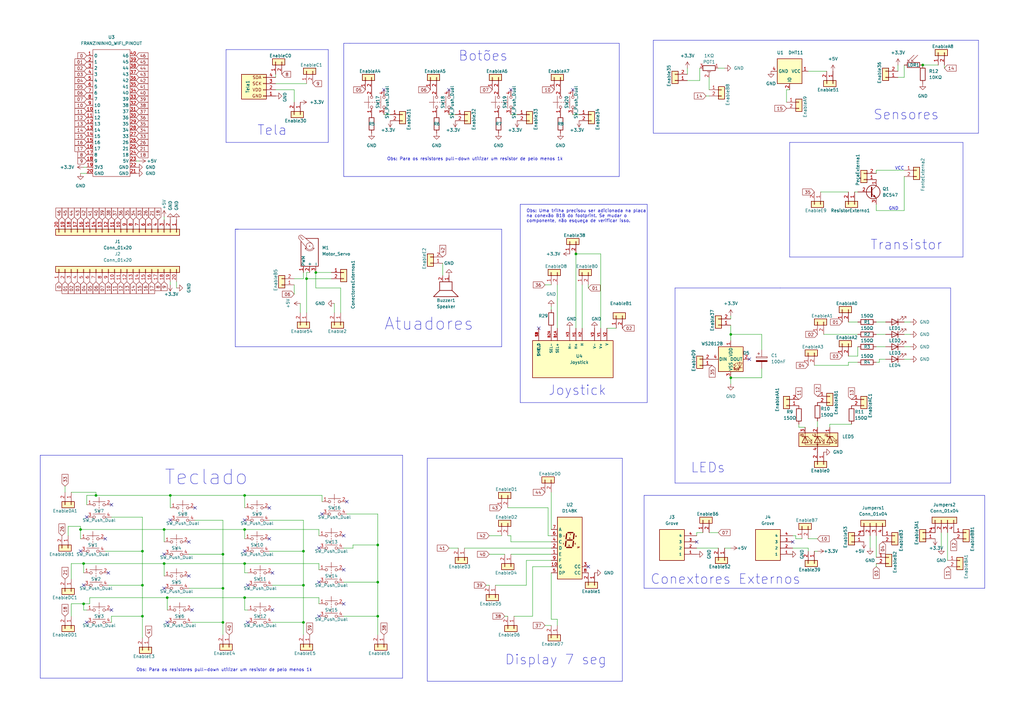
<source format=kicad_sch>
(kicad_sch (version 20230121) (generator eeschema)
  (paper "A3")
  (title_block (title "Tcc_leticia") (date "2022-09-11"))
  (junction (at 100.33 245.11))
  (junction (at 154.94 238.76))
  (junction (at 378.46 26.67))
  (junction (at 68.58 245.11))
  (junction (at 39.37 203.2))
  (junction (at 100.33 217.17))
  (junction (at 125.73 114.3))
  (junction (at 124.46 226.06))
  (junction (at 58.42 240.03))
  (junction (at 299.72 154.94))
  (junction (at 91.44 227.33))
  (junction (at 58.42 252.73))
  (junction (at 154.94 252.73))
  (junction (at 34.29 247.65))
  (junction (at 67.31 217.17))
  (junction (at 129.54 111.76))
  (junction (at 67.31 231.14))
  (junction (at 69.85 203.2))
  (junction (at 124.46 240.03))
  (junction (at 91.44 255.27))
  (junction (at 100.33 231.14))
  (junction (at 91.44 241.3))
  (junction (at 34.29 231.14))
  (junction (at 124.46 255.27))
  (junction (at 100.33 203.2))
  (junction (at 299.72 137.16))
  (junction (at 33.02 217.17))
  (junction (at 154.94 223.52))
  (junction (at 236.22 104.14))
  (junction (at 58.42 226.06))
  (no_connect (at 45.72 250.19))
  (no_connect (at 234.95 36.83))
  (no_connect (at 285.75 222.25))
  (no_connect (at 130.81 238.76))
  (no_connect (at 140.97 219.71))
  (no_connect (at 100.33 226.06))
  (no_connect (at 34.29 240.03))
  (no_connect (at 45.72 207.01))
  (no_connect (at 132.08 210.82))
  (no_connect (at 67.31 227.33))
  (no_connect (at 77.47 222.25))
  (no_connect (at 111.76 234.95))
  (no_connect (at 67.31 241.3))
  (no_connect (at 140.97 233.68))
  (no_connect (at 110.49 220.98))
  (no_connect (at 325.12 222.25))
  (no_connect (at 43.18 220.98))
  (no_connect (at 77.47 236.22))
  (no_connect (at 35.56 255.27))
  (no_connect (at 78.74 250.19))
  (no_connect (at 110.49 208.28))
  (no_connect (at 68.58 255.27))
  (no_connect (at 35.56 212.09))
  (no_connect (at 157.48 36.83))
  (no_connect (at 44.45 234.95))
  (no_connect (at 241.3 232.41))
  (no_connect (at 209.55 36.83))
  (no_connect (at 69.85 213.36))
  (no_connect (at 130.81 252.73))
  (no_connect (at 111.76 250.19))
  (no_connect (at 307.34 147.32))
  (no_connect (at 101.6 255.27))
  (no_connect (at 184.15 36.83))
  (no_connect (at 130.81 224.79))
  (no_connect (at 33.02 226.06))
  (no_connect (at 140.97 247.65))
  (no_connect (at 101.6 240.03))
  (no_connect (at 100.33 213.36))
  (no_connect (at 142.24 205.74))
  (no_connect (at 220.98 134.62))
  (no_connect (at 80.01 208.28))
  (wire (pts (xy 144.78 224.79) (xy 144.78 223.52)))
  (polyline (pts (xy 254 72.39) (xy 140.97 72.39)))
  (wire (pts (xy 100.33 231.14) (xy 130.81 231.14)))
  (wire (pts (xy 58.42 252.73) (xy 58.42 261.62)))
  (polyline (pts (xy 213.36 83.82) (xy 265.43 83.82)))
  (wire (pts (xy 34.29 250.19) (xy 34.29 247.65)))
  (wire (pts (xy 200.66 219.71) (xy 205.74 219.71)))
  (wire (pts (xy 58.42 240.03) (xy 58.42 252.73)))
  (wire (pts (xy 100.33 217.17) (xy 130.81 217.17)))
  (wire (pts (xy 359.41 137.16) (xy 363.22 137.16)))
  (wire (pts (xy 29.21 247.65) (xy 34.29 247.65)))
  (wire (pts (xy 33.02 217.17) (xy 67.31 217.17)))
  (polyline (pts (xy 205.74 142.24) (xy 96.52 142.24)))
  (wire (pts (xy 120.65 120.65) (xy 120.65 116.84)))
  (polyline (pts (xy 16.51 186.69) (xy 16.51 278.13)))
  (wire (pts (xy 120.65 36.83) (xy 113.03 36.83)))
  (wire (pts (xy 124.46 240.03) (xy 124.46 226.06)))
  (polyline (pts (xy 267.97 16.51) (xy 267.97 54.61)))
  (wire (pts (xy 297.18 224.79) (xy 299.72 224.79)))
  (wire (pts (xy 130.81 245.11) (xy 130.81 247.65)))
  (wire (pts (xy 78.74 255.27) (xy 91.44 255.27)))
  (polyline (pts (xy 254 17.78) (xy 254 72.39)))
  (wire (pts (xy 68.58 245.11) (xy 68.58 250.19)))
  (wire (pts (xy 39.37 203.2) (xy 39.37 201.93)))
  (wire (pts (xy 370.84 69.85) (xy 359.41 69.85)))
  (wire (pts (xy 322.58 36.83) (xy 323.85 36.83)))
  (wire (pts (xy 125.73 128.27) (xy 125.73 114.3)))
  (wire (pts (xy 226.06 116.84) (xy 223.52 116.84)))
  (wire (pts (xy 35.56 203.2) (xy 35.56 207.01)))
  (wire (pts (xy 370.84 132.08) (xy 373.38 132.08)))
  (wire (pts (xy 299.72 157.48) (xy 299.72 154.94)))
  (wire (pts (xy 67.31 231.14) (xy 100.33 231.14)))
  (wire (pts (xy 215.9 229.87) (xy 215.9 240.03)))
  (wire (pts (xy 110.49 226.06) (xy 124.46 226.06)))
  (wire (pts (xy 27.94 215.9) (xy 33.02 215.9)))
  (wire (pts (xy 124.46 226.06) (xy 124.46 213.36)))
  (wire (pts (xy 228.6 254) (xy 226.06 254)))
  (polyline (pts (xy 175.26 187.96) (xy 175.26 279.4)))
  (polyline (pts (xy 394.97 105.41) (xy 394.97 58.42)))
  (wire (pts (xy 58.42 226.06) (xy 58.42 240.03)))
  (polyline (pts (xy 323.85 105.41) (xy 394.97 105.41)))
  (wire (pts (xy 215.9 240.03) (xy 203.2 240.03)))
  (wire (pts (xy 281.94 27.94) (xy 281.94 30.48)))
  (wire (pts (xy 368.3 26.67) (xy 368.3 29.21)))
  (wire (pts (xy 100.33 231.14) (xy 100.33 234.95)))
  (wire (pts (xy 101.6 234.95) (xy 100.33 234.95)))
  (wire (pts (xy 347.98 132.08) (xy 351.79 132.08)))
  (wire (pts (xy 370.84 86.36) (xy 359.41 86.36)))
  (wire (pts (xy 370.84 31.75) (xy 368.3 31.75)))
  (wire (pts (xy 238.76 116.84) (xy 238.76 134.62)))
  (wire (pts (xy 209.55 219.71) (xy 209.55 222.25)))
  (wire (pts (xy 199.39 240.03) (xy 200.66 240.03)))
  (wire (pts (xy 226.06 254) (xy 226.06 234.95)))
  (wire (pts (xy 111.76 255.27) (xy 124.46 255.27)))
  (wire (pts (xy 335.28 172.72) (xy 335.28 175.26)))
  (polyline (pts (xy 96.52 93.98) (xy 97.79 93.98)))
  (wire (pts (xy 290.83 31.75) (xy 290.83 36.83)))
  (wire (pts (xy 359.41 231.14) (xy 359.41 232.41)))
  (wire (pts (xy 350.52 78.74) (xy 351.79 78.74)))
  (wire (pts (xy 347.98 146.05) (xy 351.79 146.05)))
  (polyline (pts (xy 92.71 20.32) (xy 134.62 20.32)))
  (polyline (pts (xy 403.86 203.2) (xy 403.86 241.3)))
  (wire (pts (xy 181.61 107.95) (xy 181.61 113.03)))
  (wire (pts (xy 139.7 128.27) (xy 139.7 118.11)))
  (polyline (pts (xy 96.52 142.24) (xy 96.52 93.98)))
  (wire (pts (xy 140.97 252.73) (xy 154.94 252.73)))
  (wire (pts (xy 228.6 116.84) (xy 228.6 134.62)))
  (wire (pts (xy 160.02 46.99) (xy 157.48 46.99)))
  (wire (pts (xy 77.47 241.3) (xy 91.44 241.3)))
  (wire (pts (xy 299.72 137.16) (xy 299.72 139.7)))
  (wire (pts (xy 69.85 203.2) (xy 69.85 208.28)))
  (wire (pts (xy 140.97 238.76) (xy 154.94 238.76)))
  (wire (pts (xy 67.31 90.17) (xy 67.31 88.9)))
  (wire (pts (xy 29.21 237.49) (xy 29.21 231.14)))
  (wire (pts (xy 386.08 224.79) (xy 386.08 218.44)))
  (wire (pts (xy 125.73 111.76) (xy 127 111.76)))
  (wire (pts (xy 129.54 118.11) (xy 129.54 111.76)))
  (polyline (pts (xy 264.16 203.2) (xy 264.16 241.3)))
  (wire (pts (xy 331.47 220.98) (xy 335.28 220.98)))
  (wire (pts (xy 35.56 250.19) (xy 34.29 250.19)))
  (wire (pts (xy 285.75 224.79) (xy 294.64 224.79)))
  (polyline (pts (xy 267.97 16.51) (xy 401.32 16.51)))
  (wire (pts (xy 285.75 218.44) (xy 288.29 218.44)))
  (wire (pts (xy 124.46 260.35) (xy 124.46 255.27)))
  (wire (pts (xy 359.41 132.08) (xy 363.22 132.08)))
  (wire (pts (xy 281.94 33.02) (xy 287.02 33.02)))
  (wire (pts (xy 226.06 201.93) (xy 226.06 217.17)))
  (wire (pts (xy 294.64 218.44) (xy 290.83 218.44)))
  (wire (pts (xy 327.66 173.99) (xy 327.66 175.26)))
  (polyline (pts (xy 389.89 198.12) (xy 276.86 198.12)))
  (polyline (pts (xy 134.62 58.42) (xy 92.71 58.42)))
  (wire (pts (xy 80.01 213.36) (xy 91.44 213.36)))
  (wire (pts (xy 312.42 154.94) (xy 299.72 154.94)))
  (polyline (pts (xy 403.86 241.3) (xy 264.16 241.3)))
  (wire (pts (xy 45.72 212.09) (xy 58.42 212.09)))
  (wire (pts (xy 142.24 210.82) (xy 154.94 210.82)))
  (wire (pts (xy 139.7 118.11) (xy 129.54 118.11)))
  (polyline (pts (xy 175.26 187.96) (xy 255.27 187.96)))
  (polyline (pts (xy 140.97 72.39) (xy 140.97 17.78)))
  (wire (pts (xy 285.75 218.44) (xy 285.75 219.71)))
  (wire (pts (xy 144.78 223.52) (xy 154.94 223.52)))
  (wire (pts (xy 360.68 148.59) (xy 360.68 147.32)))
  (wire (pts (xy 325.12 227.33) (xy 323.85 227.33)))
  (wire (pts (xy 120.65 36.83) (xy 120.65 41.91)))
  (wire (pts (xy 297.18 27.94) (xy 294.64 27.94)))
  (wire (pts (xy 120.65 114.3) (xy 124.46 114.3)))
  (wire (pts (xy 347.98 148.59) (xy 347.98 149.86)))
  (wire (pts (xy 299.72 137.16) (xy 312.42 137.16)))
  (wire (pts (xy 207.01 252.73) (xy 208.28 252.73)))
  (wire (pts (xy 237.49 46.99) (xy 234.95 46.99)))
  (polyline (pts (xy 255.27 279.4) (xy 175.26 279.4)))
  (wire (pts (xy 55.88 66.04) (xy 57.15 66.04)))
  (wire (pts (xy 359.41 69.85) (xy 359.41 71.12)))
  (wire (pts (xy 209.55 222.25) (xy 226.06 222.25)))
  (wire (pts (xy 290.83 39.37) (xy 289.56 39.37)))
  (polyline (pts (xy 264.16 203.2) (xy 403.86 203.2)))
  (polyline (pts (xy 165.1 278.13) (xy 16.51 278.13)))
  (polyline (pts (xy 401.32 16.51) (xy 401.32 54.61)))
  (wire (pts (xy 34.29 231.14) (xy 67.31 231.14)))
  (wire (pts (xy 39.37 203.2) (xy 35.56 203.2)))
  (wire (pts (xy 208.28 208.28) (xy 224.79 208.28)))
  (wire (pts (xy 331.47 224.79) (xy 331.47 226.06)))
  (wire (pts (xy 123.19 124.46) (xy 123.19 128.27)))
  (wire (pts (xy 154.94 238.76) (xy 154.94 223.52)))
  (wire (pts (xy 360.68 147.32) (xy 363.22 147.32)))
  (polyline (pts (xy 165.1 186.69) (xy 165.1 278.13)))
  (polyline (pts (xy 134.62 20.32) (xy 134.62 58.42)))
  (wire (pts (xy 322.58 36.83) (xy 322.58 41.91)))
  (wire (pts (xy 43.18 226.06) (xy 58.42 226.06)))
  (wire (pts (xy 130.81 217.17) (xy 130.81 219.71)))
  (wire (pts (xy 351.79 146.05) (xy 351.79 142.24)))
  (wire (pts (xy 27.94 219.71) (xy 27.94 215.9)))
  (wire (pts (xy 299.72 133.35) (xy 299.72 137.16)))
  (polyline (pts (xy 401.32 54.61) (xy 267.97 54.61)))
  (wire (pts (xy 33.02 217.17) (xy 33.02 220.98)))
  (wire (pts (xy 124.46 114.3) (xy 124.46 111.76)))
  (wire (pts (xy 337.82 137.16) (xy 351.79 137.16)))
  (polyline (pts (xy 389.89 118.11) (xy 389.89 198.12)))
  (wire (pts (xy 351.79 148.59) (xy 347.98 148.59)))
  (wire (pts (xy 45.72 252.73) (xy 58.42 252.73)))
  (wire (pts (xy 218.44 232.41) (xy 226.06 232.41)))
  (wire (pts (xy 312.42 151.13) (xy 312.42 154.94)))
  (wire (pts (xy 370.84 137.16) (xy 373.38 137.16)))
  (wire (pts (xy 111.76 240.03) (xy 124.46 240.03)))
  (wire (pts (xy 223.52 256.54) (xy 226.06 256.54)))
  (polyline (pts (xy 276.86 118.11) (xy 276.86 198.12)))
  (wire (pts (xy 91.44 255.27) (xy 91.44 260.35)))
  (wire (pts (xy 77.47 227.33) (xy 91.44 227.33)))
  (wire (pts (xy 331.47 29.21) (xy 339.09 29.21)))
  (wire (pts (xy 334.01 226.06) (xy 335.28 226.06)))
  (wire (pts (xy 29.21 231.14) (xy 34.29 231.14)))
  (wire (pts (xy 359.41 142.24) (xy 363.22 142.24)))
  (wire (pts (xy 370.84 26.67) (xy 370.84 31.75)))
  (wire (pts (xy 130.81 231.14) (xy 130.81 233.68)))
  (wire (pts (xy 370.84 142.24) (xy 373.38 142.24)))
  (wire (pts (xy 100.33 203.2) (xy 132.08 203.2)))
  (wire (pts (xy 326.39 220.98) (xy 328.93 220.98)))
  (wire (pts (xy 36.83 247.65) (xy 36.83 245.11)))
  (wire (pts (xy 359.41 148.59) (xy 360.68 148.59)))
  (wire (pts (xy 208.28 219.71) (xy 209.55 219.71)))
  (wire (pts (xy 36.83 245.11) (xy 68.58 245.11)))
  (polyline (pts (xy 143.51 17.78) (xy 254 17.78)))
  (polyline (pts (xy 205.74 93.98) (xy 205.74 142.24)))
  (wire (pts (xy 68.58 245.11) (xy 100.33 245.11)))
  (wire (pts (xy 129.54 111.76) (xy 135.89 111.76)))
  (wire (pts (xy 91.44 213.36) (xy 91.44 227.33)))
  (wire (pts (xy 326.39 220.98) (xy 326.39 219.71)))
  (wire (pts (xy 154.94 238.76) (xy 154.94 252.73)))
  (wire (pts (xy 184.15 224.79) (xy 187.96 224.79)))
  (wire (pts (xy 224.79 208.28) (xy 224.79 219.71)))
  (wire (pts (xy 33.02 217.17) (xy 33.02 215.9)))
  (wire (pts (xy 359.41 86.36) (xy 359.41 83.82)))
  (wire (pts (xy 125.73 114.3) (xy 135.89 114.3)))
  (wire (pts (xy 125.73 114.3) (xy 125.73 111.76)))
  (wire (pts (xy 209.55 227.33) (xy 226.06 227.33)))
  (wire (pts (xy 236.22 104.14) (xy 236.22 134.62)))
  (wire (pts (xy 241.3 116.84) (xy 241.3 118.11)))
  (wire (pts (xy 67.31 231.14) (xy 67.31 236.22)))
  (wire (pts (xy 91.44 241.3) (xy 91.44 255.27)))
  (wire (pts (xy 226.06 229.87) (xy 215.9 229.87)))
  (wire (pts (xy 67.31 217.17) (xy 67.31 222.25)))
  (wire (pts (xy 45.72 252.73) (xy 45.72 255.27)))
  (wire (pts (xy 91.44 227.33) (xy 91.44 241.3)))
  (wire (pts (xy 336.55 78.74) (xy 347.98 78.74)))
  (wire (pts (xy 224.79 219.71) (xy 226.06 219.71)))
  (wire (pts (xy 359.41 219.71) (xy 359.41 228.6)))
  (wire (pts (xy 69.85 203.2) (xy 100.33 203.2)))
  (wire (pts (xy 39.37 203.2) (xy 69.85 203.2)))
  (wire (pts (xy 212.09 46.99) (xy 209.55 46.99)))
  (wire (pts (xy 334.01 149.86) (xy 347.98 149.86)))
  (wire (pts (xy 299.72 129.54) (xy 299.72 130.81)))
  (wire (pts (xy 370.84 72.39) (xy 370.84 86.36)))
  (wire (pts (xy 356.87 224.79) (xy 356.87 219.71)))
  (wire (pts (xy 29.21 252.73) (xy 29.21 247.65)))
  (wire (pts (xy 384.81 26.67) (xy 378.46 26.67)))
  (polyline (pts (xy 96.52 93.98) (xy 205.74 93.98)))
  (polyline (pts (xy 323.85 58.42) (xy 394.97 58.42)))
  (wire (pts (xy 349.25 173.99) (xy 340.36 173.99)))
  (wire (pts (xy 140.97 224.79) (xy 144.78 224.79)))
  (wire (pts (xy 326.39 219.71) (xy 325.12 219.71)))
  (wire (pts (xy 370.84 147.32) (xy 373.38 147.32)))
  (polyline (pts (xy 323.85 58.42) (xy 323.85 105.41)))
  (wire (pts (xy 100.33 245.11) (xy 130.81 245.11)))
  (wire (pts (xy 228.6 254) (xy 228.6 256.54)))
  (polyline (pts (xy 213.36 83.82) (xy 213.36 165.1)))
  (wire (pts (xy 26.67 201.93) (xy 26.67 199.39)))
  (wire (pts (xy 34.29 68.58) (xy 35.56 68.58)))
  (wire (pts (xy 34.29 231.14) (xy 34.29 234.95)))
  (wire (pts (xy 312.42 137.16) (xy 312.42 143.51)))
  (wire (pts (xy 186.69 46.99) (xy 184.15 46.99)))
  (polyline (pts (xy 140.97 17.78) (xy 143.51 17.78)))
  (wire (pts (xy 100.33 217.17) (xy 100.33 220.98)))
  (wire (pts (xy 340.36 173.99) (xy 340.36 175.26)))
  (wire (pts (xy 387.35 26.67) (xy 387.35 27.94)))
  (polyline (pts (xy 276.86 118.11) (xy 320.04 118.11)))
  (wire (pts (xy 44.45 240.03) (xy 58.42 240.03)))
  (wire (pts (xy 113.03 34.29) (xy 125.73 34.29)))
  (wire (pts (xy 58.42 212.09) (xy 58.42 226.06)))
  (wire (pts (xy 246.38 104.14) (xy 246.38 134.62)))
  (wire (pts (xy 137.16 124.46) (xy 137.16 128.27)))
  (wire (pts (xy 154.94 260.35) (xy 154.94 252.73)))
  (wire (pts (xy 72.39 118.11) (xy 72.39 115.57)))
  (wire (pts (xy 110.49 213.36) (xy 124.46 213.36)))
  (wire (pts (xy 100.33 250.19) (xy 101.6 250.19)))
  (wire (pts (xy 190.5 224.79) (xy 226.06 224.79)))
  (wire (pts (xy 226.06 127) (xy 226.06 125.73)))
  (wire (pts (xy 113.03 30.48) (xy 113.03 31.75)))
  (polyline (pts (xy 92.71 20.32) (xy 92.71 58.42)))
  (wire (pts (xy 236.22 104.14) (xy 246.38 104.14)))
  (wire (pts (xy 325.12 224.79) (xy 331.47 224.79)))
  (polyline (pts (xy 265.43 165.1) (xy 213.36 165.1)))
  (wire (pts (xy 200.66 227.33) (xy 207.01 227.33)))
  (wire (pts (xy 29.21 201.93) (xy 39.37 201.93)))
  (wire (pts (xy 218.44 232.41) (xy 218.44 252.73)))
  (polyline (pts (xy 320.04 118.11) (xy 389.89 118.11)))
  (wire (pts (xy 67.31 217.17) (xy 100.33 217.17)))
  (wire (pts (xy 132.08 203.2) (xy 132.08 205.74)))
  (wire (pts (xy 33.02 71.12) (xy 35.56 71.12)))
  (wire (pts (xy 388.62 218.44) (xy 388.62 229.87)))
  (wire (pts (xy 154.94 223.52) (xy 154.94 210.82)))
  (wire (pts (xy 327.66 175.26) (xy 330.2 175.26)))
  (wire (pts (xy 248.92 134.62) (xy 252.73 134.62)))
  (polyline (pts (xy 265.43 83.82) (xy 265.43 165.1)))
  (wire (pts (xy 34.29 247.65) (xy 36.83 247.65)))
  (wire (pts (xy 124.46 240.03) (xy 124.46 255.27)))
  (wire (pts (xy 210.82 252.73) (xy 218.44 252.73)))
  (polyline (pts (xy 255.27 187.96) (xy 255.27 279.4)))
  (wire (pts (xy 100.33 245.11) (xy 100.33 250.19)))
  (wire (pts (xy 69.85 116.84) (xy 69.85 115.57)))
  (polyline (pts (xy 16.51 186.69) (xy 165.1 186.69)))
  (wire (pts (xy 287.02 33.02) (xy 287.02 27.94)))
  (wire (pts (xy 100.33 203.2) (xy 100.33 208.28)))
  (text "Obs: Para os resistores pull-down utilizar um resistor de pelo menos 1k" (at 55.88 275.59 0) (effects (font (size 1.27 1.27)) (justify left bottom)))
  (text "Obs: Para os resistores pull-down utilizar um resistor de pelo menos 1k" (at 158.75 66.04 0) (effects (font (size 1.27 1.27)) (justify left bottom)))
  (text "Botões" (at 187.96 25.4 0) (effects (font (size 4 4)) (justify left bottom)))
  (text "Conextores Externos" (at 266.7 240.03 0) (effects (font (size 4 4)) (justify left bottom)))
  (text "GND\n" (at 364.49 86.36 0) (effects (font (size 1.27 1.27)) (justify left bottom)))
  (text "Display 7 seg" (at 207.01 273.05 0) (effects (font (size 4 4)) (justify left bottom)))
  (text "Obs: Uma trilha precisou ser adicionada na placa \nna conexão B1B do footprint. Se mudar o \ncomponente, não esqueça de verificar isso. " (at 215.9 91.44 0) (effects (font (size 1.27 1.27)) (justify left bottom)))
  (text "VCC\n" (at 367.03 69.85 0) (effects (font (size 1.27 1.27)) (justify left bottom)))
  (text "LEDs\n" (at 283.21 194.31 0) (effects (font (size 4 4)) (justify left bottom)))
  (text "Atuadores" (at 157.48 135.89 0) (effects (font (size 5 5)) (justify left bottom)))
  (text "Joystick\n" (at 224.79 162.56 0) (effects (font (size 4 4)) (justify left bottom)))
  (text "Teclado\n" (at 67.31 199.39 0) (effects (font (size 6 6)) (justify left bottom)))
  (text "Transistor" (at 356.87 102.87 0) (effects (font (size 4 4)) (justify left bottom)))
  (text "Sensores" (at 358.14 49.53 0) (effects (font (size 4 4)) (justify left bottom)))
  (text "Tela" (at 105.41 55.88 0) (effects (font (size 4 4)) (justify left bottom)))
  (global_label "15" (shape input) (at 322.58 44.45 180) (property "Intersheetrefs" "${INTERSHEET_REFS}" (effects hide)))
  (global_label "26" (shape input) (at 55.88 58.42 0) (property "Intersheetrefs" "${INTERSHEET_REFS}" (effects hide)))
  (global_label "14" (shape input) (at 387.35 27.94 0) (property "Intersheetrefs" "${INTERSHEET_REFS}" (effects hide)))
  (global_label "11" (shape input) (at 35.56 45.72 180) (property "Intersheetrefs" "${INTERSHEET_REFS}" (effects hide)))
  (global_label "40" (shape input) (at 93.98 260.35 90) (property "Intersheetrefs" "${INTERSHEET_REFS}" (effects hide)))
  (global_label "35" (shape input) (at 334.01 78.74 180) (property "Intersheetrefs" "${INTERSHEET_REFS}" (effects hide)))
  (global_label "12" (shape input) (at 49.53 115.57 270) (property "Intersheetrefs" "${INTERSHEET_REFS}" (effects hide)))
  (global_label "03" (shape input) (at 359.41 232.41 270) (property "Intersheetrefs" "${INTERSHEET_REFS}" (effects hide)))
  (global_label "13" (shape input) (at 52.07 115.57 270) (property "Intersheetrefs" "${INTERSHEET_REFS}" (effects hide)))
  (global_label "15" (shape input) (at 35.56 55.88 180) (property "Intersheetrefs" "${INTERSHEET_REFS}" (effects hide)))
  (global_label "02" (shape input) (at 255.27 134.62 0) (property "Intersheetrefs" "${INTERSHEET_REFS}" (effects hide)))
  (global_label "04" (shape input) (at 331.47 149.86 180) (property "Intersheetrefs" "${INTERSHEET_REFS}" (effects hide)))
  (global_label "03" (shape input) (at 345.44 146.05 180) (property "Intersheetrefs" "${INTERSHEET_REFS}" (effects hide)))
  (global_label "02" (shape input) (at 29.21 115.57 270) (property "Intersheetrefs" "${INTERSHEET_REFS}" (effects hide)))
  (global_label "36" (shape input) (at 49.53 90.17 90) (property "Intersheetrefs" "${INTERSHEET_REFS}" (effects hide)))
  (global_label "40" (shape input) (at 200.66 227.33 180) (property "Intersheetrefs" "${INTERSHEET_REFS}" (effects hide)))
  (global_label "12" (shape input) (at 391.16 220.98 270) (property "Intersheetrefs" "${INTERSHEET_REFS}" (effects hide)))
  (global_label "8" (shape input) (at 35.56 63.5 180) (property "Intersheetrefs" "${INTERSHEET_REFS}" (effects hide)))
  (global_label "18" (shape input) (at 55.88 63.5 0) (property "Intersheetrefs" "${INTERSHEET_REFS}" (effects hide)))
  (global_label "13" (shape input) (at 35.56 50.8 180) (property "Intersheetrefs" "${INTERSHEET_REFS}" (effects hide)))
  (global_label "21" (shape input) (at 62.23 90.17 90) (property "Intersheetrefs" "${INTERSHEET_REFS}" (effects hide)))
  (global_label "21" (shape input) (at 26.67 237.49 90) (property "Intersheetrefs" "${INTERSHEET_REFS}" (effects hide)))
  (global_label "01" (shape input) (at 345.44 132.08 180) (property "Intersheetrefs" "${INTERSHEET_REFS}" (effects hide)))
  (global_label "35" (shape input) (at 52.07 90.17 90) (property "Intersheetrefs" "${INTERSHEET_REFS}" (effects hide)))
  (global_label "9" (shape input) (at 67.31 115.57 270) (property "Intersheetrefs" "${INTERSHEET_REFS}" (effects hide)))
  (global_label "03" (shape input) (at 35.56 30.48 180) (property "Intersheetrefs" "${INTERSHEET_REFS}" (effects hide)))
  (global_label "01" (shape input) (at 35.56 25.4 180) (property "Intersheetrefs" "${INTERSHEET_REFS}" (effects hide)))
  (global_label "41" (shape input) (at 184.15 224.79 180) (property "Intersheetrefs" "${INTERSHEET_REFS}" (effects hide)))
  (global_label "33" (shape input) (at 26.67 199.39 90) (property "Intersheetrefs" "${INTERSHEET_REFS}" (effects hide)))
  (global_label "41" (shape input) (at 55.88 35.56 0) (property "Intersheetrefs" "${INTERSHEET_REFS}" (effects hide)))
  (global_label "21" (shape input) (at 55.88 60.96 0) (property "Intersheetrefs" "${INTERSHEET_REFS}" (effects hide)))
  (global_label "14" (shape input) (at 35.56 53.34 180) (property "Intersheetrefs" "${INTERSHEET_REFS}" (effects hide)))
  (global_label "45" (shape input) (at 55.88 25.4 0) (property "Intersheetrefs" "${INTERSHEET_REFS}" (effects hide)))
  (global_label "11" (shape input) (at 46.99 115.57 270) (property "Intersheetrefs" "${INTERSHEET_REFS}" (effects hide)))
  (global_label "02" (shape input) (at 335.28 137.16 180) (property "Intersheetrefs" "${INTERSHEET_REFS}" (effects hide)))
  (global_label "34" (shape input) (at 55.88 53.34 0) (property "Intersheetrefs" "${INTERSHEET_REFS}" (effects hide)))
  (global_label "9" (shape input) (at 35.56 66.04 180) (property "Intersheetrefs" "${INTERSHEET_REFS}" (effects hide)))
  (global_label "8" (shape input) (at 64.77 115.57 270) (property "Intersheetrefs" "${INTERSHEET_REFS}" (effects hide)))
  (global_label "40" (shape input) (at 39.37 90.17 90) (property "Intersheetrefs" "${INTERSHEET_REFS}" (effects hide)))
  (global_label "34" (shape input) (at 54.61 90.17 90) (property "Intersheetrefs" "${INTERSHEET_REFS}" (effects hide)))
  (global_label "05" (shape input) (at 149.86 36.83 180) (property "Intersheetrefs" "${INTERSHEET_REFS}" (effects hide)))
  (global_label "06" (shape input) (at 120.65 120.65 180) (property "Intersheetrefs" "${INTERSHEET_REFS}" (effects hide)))
  (global_label "07" (shape input) (at 201.93 36.83 180) (property "Intersheetrefs" "${INTERSHEET_REFS}" (effects hide)))
  (global_label "18" (shape input) (at 26.67 252.73 90) (property "Intersheetrefs" "${INTERSHEET_REFS}" (effects hide)))
  (global_label "8" (shape input) (at 115.57 30.48 0) (property "Intersheetrefs" "${INTERSHEET_REFS}" (effects hide)))
  (global_label "17" (shape input) (at 62.23 115.57 270) (property "Intersheetrefs" "${INTERSHEET_REFS}" (effects hide)))
  (global_label "38" (shape input) (at 44.45 90.17 90) (property "Intersheetrefs" "${INTERSHEET_REFS}" (effects hide)))
  (global_label "38" (shape input) (at 207.01 252.73 180) (property "Intersheetrefs" "${INTERSHEET_REFS}" (effects hide)))
  (global_label "04" (shape input) (at 361.95 222.25 270) (property "Intersheetrefs" "${INTERSHEET_REFS}" (effects hide)))
  (global_label "45" (shape input) (at 26.67 90.17 90) (property "Intersheetrefs" "${INTERSHEET_REFS}" (effects hide)))
  (global_label "05" (shape input) (at 35.56 35.56 180) (property "Intersheetrefs" "${INTERSHEET_REFS}" (effects hide)))
  (global_label "35" (shape input) (at 292.1 149.86 270) (property "Intersheetrefs" "${INTERSHEET_REFS}" (effects hide)))
  (global_label "42" (shape input) (at 34.29 90.17 90) (property "Intersheetrefs" "${INTERSHEET_REFS}" (effects hide)))
  (global_label "42" (shape input) (at 181.61 105.41 90) (property "Intersheetrefs" "${INTERSHEET_REFS}" (effects hide)))
  (global_label "06" (shape input) (at 39.37 115.57 270) (property "Intersheetrefs" "${INTERSHEET_REFS}" (effects hide)))
  (global_label "12" (shape input) (at 35.56 48.26 180) (property "Intersheetrefs" "${INTERSHEET_REFS}" (effects hide)))
  (global_label "37" (shape input) (at 223.52 256.54 180) (property "Intersheetrefs" "${INTERSHEET_REFS}" (effects hide)))
  (global_label "06" (shape input) (at 35.56 38.1 180) (property "Intersheetrefs" "${INTERSHEET_REFS}" (effects hide)))
  (global_label "44" (shape input) (at 223.52 201.93 180) (property "Intersheetrefs" "${INTERSHEET_REFS}" (effects hide)))
  (global_label "03" (shape input) (at 31.75 115.57 270) (property "Intersheetrefs" "${INTERSHEET_REFS}" (effects hide)))
  (global_label "43" (shape input) (at 31.75 90.17 90) (property "Intersheetrefs" "${INTERSHEET_REFS}" (effects hide)))
  (global_label "9" (shape input) (at 128.27 34.29 0) (property "Intersheetrefs" "${INTERSHEET_REFS}" (effects hide)))
  (global_label "42" (shape input) (at 55.88 33.02 0) (property "Intersheetrefs" "${INTERSHEET_REFS}" (effects hide)))
  (global_label "44" (shape input) (at 55.88 27.94 0) (property "Intersheetrefs" "${INTERSHEET_REFS}" (effects hide)))
  (global_label "44" (shape input) (at 29.21 90.17 90) (property "Intersheetrefs" "${INTERSHEET_REFS}" (effects hide)))
  (global_label "06" (shape input) (at 176.53 36.83 180) (property "Intersheetrefs" "${INTERSHEET_REFS}" (effects hide)))
  (global_label "41" (shape input) (at 36.83 90.17 90) (property "Intersheetrefs" "${INTERSHEET_REFS}" (effects hide)))
  (global_label "05" (shape input) (at 36.83 115.57 270) (property "Intersheetrefs" "${INTERSHEET_REFS}" (effects hide)))
  (global_label "33" (shape input) (at 55.88 55.88 0) (property "Intersheetrefs" "${INTERSHEET_REFS}" (effects hide)))
  (global_label "01" (shape input) (at 241.3 118.11 0) (property "Intersheetrefs" "${INTERSHEET_REFS}" (effects hide)))
  (global_label "10" (shape input) (at 35.56 43.18 180) (property "Intersheetrefs" "${INTERSHEET_REFS}" (effects hide)))
  (global_label "12" (shape input) (at 335.28 162.56 90) (property "Intersheetrefs" "${INTERSHEET_REFS}" (effects hide)))
  (global_label "38" (shape input) (at 157.48 260.35 90) (property "Intersheetrefs" "${INTERSHEET_REFS}" (effects hide)))
  (global_label "11" (shape input) (at 327.66 163.83 90) (property "Intersheetrefs" "${INTERSHEET_REFS}" (effects hide)))
  (global_label "10" (shape input) (at 335.28 220.98 0) (property "Intersheetrefs" "${INTERSHEET_REFS}" (effects hide)))
  (global_label "26" (shape input) (at 25.4 219.71 90) (property "Intersheetrefs" "${INTERSHEET_REFS}" (effects hide)))
  (global_label "46" (shape input) (at 55.88 22.86 0) (property "Intersheetrefs" "${INTERSHEET_REFS}" (effects hide)))
  (global_label "39" (shape input) (at 127 260.35 90) (property "Intersheetrefs" "${INTERSHEET_REFS}" (effects hide)))
  (global_label "18" (shape input) (at 64.77 90.17 90) (property "Intersheetrefs" "${INTERSHEET_REFS}" (effects hide)))
  (global_label "46" (shape input) (at 24.13 90.17 90) (property "Intersheetrefs" "${INTERSHEET_REFS}" (effects hide)))
  (global_label "17" (shape input) (at 35.56 60.96 180) (property "Intersheetrefs" "${INTERSHEET_REFS}" (effects hide)))
  (global_label "04" (shape input) (at 35.56 33.02 180) (property "Intersheetrefs" "${INTERSHEET_REFS}" (effects hide)))
  (global_label "16" (shape input) (at 35.56 58.42 180) (property "Intersheetrefs" "${INTERSHEET_REFS}" (effects hide)))
  (global_label "41" (shape input) (at 60.96 261.62 90) (property "Intersheetrefs" "${INTERSHEET_REFS}" (effects hide)))
  (global_label "11" (shape input) (at 388.62 232.41 270) (property "Intersheetrefs" "${INTERSHEET_REFS}" (effects hide)))
  (global_label "0" (shape input) (at 24.13 115.57 270) (property "Intersheetrefs" "${INTERSHEET_REFS}" (effects hide)))
  (global_label "13" (shape input) (at 349.25 163.83 90) (property "Intersheetrefs" "${INTERSHEET_REFS}" (effects hide)))
  (global_label "36" (shape input) (at 55.88 48.26 0) (property "Intersheetrefs" "${INTERSHEET_REFS}" (effects hide)))
  (global_label "07" (shape input) (at 294.64 218.44 0) (property "Intersheetrefs" "${INTERSHEET_REFS}" (effects hide)))
  (global_label "37" (shape input) (at 46.99 90.17 90) (property "Intersheetrefs" "${INTERSHEET_REFS}" (effects hide)))
  (global_label "35" (shape input) (at 55.88 50.8 0) (property "Intersheetrefs" "${INTERSHEET_REFS}" (effects hide)))
  (global_label "33" (shape input) (at 57.15 90.17 90) (property "Intersheetrefs" "${INTERSHEET_REFS}" (effects hide)))
  (global_label "39" (shape input) (at 55.88 40.64 0) (property "Intersheetrefs" "${INTERSHEET_REFS}" (effects hide)))
  (global_label "36" (shape input) (at 223.52 116.84 180) (property "Intersheetrefs" "${INTERSHEET_REFS}" (effects hide)))
  (global_label "37" (shape input) (at 55.88 45.72 0) (property "Intersheetrefs" "${INTERSHEET_REFS}" (effects hide)))
  (global_label "14" (shape input) (at 289.56 39.37 180) (property "Intersheetrefs" "${INTERSHEET_REFS}" (effects hide)))
  (global_label "0" (shape input) (at 35.56 22.86 180) (property "Intersheetrefs" "${INTERSHEET_REFS}" (effects hide)))
  (global_label "02" (shape input) (at 35.56 27.94 180) (property "Intersheetrefs" "${INTERSHEET_REFS}" (effects hide)))
  (global_label "07" (shape input) (at 41.91 115.57 270) (property "Intersheetrefs" "${INTERSHEET_REFS}" (effects hide)))
  (global_label "14" (shape input) (at 54.61 115.57 270) (property "Intersheetrefs" "${INTERSHEET_REFS}" (effects hide)))
  (global_label "10" (shape input) (at 227.33 36.83 180) (property "Intersheetrefs" "${INTERSHEET_REFS}" (effects hide)))
  (global_label "42" (shape input) (at 200.66 219.71 180) (property "Intersheetrefs" "${INTERSHEET_REFS}" (effects hide)))
  (global_label "16" (shape input) (at 59.69 115.57 270) (property "Intersheetrefs" "${INTERSHEET_REFS}" (effects hide)))
  (global_label "26" (shape input) (at 59.69 90.17 90) (property "Intersheetrefs" "${INTERSHEET_REFS}" (effects hide)))
  (global_label "39" (shape input) (at 199.39 240.03 180) (property "Intersheetrefs" "${INTERSHEET_REFS}" (effects hide)))
  (global_label "43" (shape input) (at 205.74 208.28 180) (property "Intersheetrefs" "${INTERSHEET_REFS}" (effects hide)))
  (global_label "04" (shape input) (at 34.29 115.57 270) (property "Intersheetrefs" "${INTERSHEET_REFS}" (effects hide)))
  (global_label "39" (shape input) (at 41.91 90.17 90) (property "Intersheetrefs" "${INTERSHEET_REFS}" (effects hide)))
  (global_label "01" (shape input) (at 26.67 115.57 270) (property "Intersheetrefs" "${INTERSHEET_REFS}" (effects hide)))
  (global_label "43" (shape input) (at 55.88 30.48 0) (property "Intersheetrefs" "${INTERSHEET_REFS}" (effects hide)))
  (global_label "15" (shape input) (at 57.15 115.57 270) (property "Intersheetrefs" "${INTERSHEET_REFS}" (effects hide)))
  (global_label "10" (shape input) (at 44.45 115.57 270) (property "Intersheetrefs" "${INTERSHEET_REFS}" (effects hide)))
  (global_label "07" (shape input) (at 35.56 40.64 180) (property "Intersheetrefs" "${INTERSHEET_REFS}" (effects hide)))
  (global_label "40" (shape input) (at 55.88 38.1 0) (property "Intersheetrefs" "${INTERSHEET_REFS}" (effects hide)))
  (global_label "38" (shape input) (at 55.88 43.18 0) (property "Intersheetrefs" "${INTERSHEET_REFS}" (effects hide)))
  (symbol (lib_id "power:+3.3V") (at 123.19 41.91 270) (unit 1)
    (property "Reference" "#PWR0103" (effects hide))
    (property "Value" "+3.3V" (at 127 41.9099 90) (effects (justify left)))
  )
  (symbol (lib_id "Device:R") (at 355.6 142.24 90) (unit 1)
    (property "Reference" "R3" (at 355.6 142.24 90))
    (property "Value" "150Ω" (at 355.6 139.7 90))
    (property "Footprint" "Resistor_THT:R_Axial_DIN0204_L3.6mm_D1.6mm_P7.62mm_Horizontal" (effects hide))
  )
  (symbol (lib_id "Connector_Generic:Conn_01x02") (at 223.52 196.85 90) (unit 1)
    (property "Reference" "EnableD0" (at 220.98 194.31 90) (effects (justify right)))
    (property "Value" "Conn_01x02" (effects hide))
    (property "Footprint" "Connector_PinHeader_2.54mm:PinHeader_1x02_P2.54mm_Vertical" (effects hide))
  )
  (symbol (lib_id "Switch:SW_Push_Dual") (at 105.41 220.98 0) (unit 1)
    (property "Reference" "SW10" (at 105.41 223.52 0))
    (property "Value" "SW_Push_Dual" (at 105.41 227.33 0))
    (property "Footprint" "FRANZININHO_LAB:Switch" (effects hide))
  )
  (symbol (lib_id "Device:R") (at 355.6 132.08 90) (unit 1)
    (property "Reference" "R1" (at 355.6 132.08 90))
    (property "Value" "150Ω" (at 355.6 129.54 90))
    (property "Footprint" "Resistor_THT:R_Axial_DIN0204_L3.6mm_D1.6mm_P7.62mm_Horizontal" (effects hide))
  )
  (symbol (lib_id "Device:R") (at 179.07 50.8 0) (unit 1)
    (property "Reference" "R6" (at 177.8 50.8 0) (effects (justify left)))
    (property "Value" "150Ω" (effects hide))
    (property "Footprint" "Resistor_SMD:R_0805_2012Metric" (effects hide))
  )
  (symbol (lib_id "power:GND") (at 386.08 224.79 0) (unit 1)
    (property "Reference" "#PWR035" (effects hide))
    (property "Value" "GND" (at 386.08 229.87 0))
  )
  (symbol (lib_id "power:GND") (at 373.38 147.32 90) (unit 1)
    (property "Reference" "#PWR06" (effects hide))
    (property "Value" "GND" (at 377.19 147.3199 90) (effects (justify right)))
  )
  (symbol (lib_id "Connector_Generic:Conn_01x02") (at 27.94 224.79 270) (unit 1)
    (property "Reference" "EnableDB1" (at 30.48 227.33 90) (effects (justify right)))
    (property "Value" "Conn_01x02" (effects hide))
    (property "Footprint" "Connector_PinHeader_2.54mm:PinHeader_1x02_P2.54mm_Vertical" (effects hide))
  )
  (symbol (lib_id "power:GND") (at 243.84 134.62 180) (unit 1)
    (property "Reference" "#PWR050" (effects hide))
    (property "Value" "GND" (at 242.57 130.81 0) (effects (justify right)))
  )
  (symbol (lib_id "power:+3.3V") (at 335.28 226.06 270) (unit 1)
    (property "Reference" "#PWR0111" (effects hide))
    (property "Value" "+3.3V" (at 337.82 226.06 90) (effects (justify left)))
  )
  (symbol (lib_id "Connector_Generic:Conn_01x02") (at 297.18 229.87 270) (unit 1)
    (property "Reference" "Enable52" (at 299.72 232.41 90) (effects (justify right)))
    (property "Value" "Conn_01x02" (effects hide))
    (property "Footprint" "Connector_PinHeader_2.54mm:PinHeader_1x02_P2.54mm_Vertical" (effects hide))
  )
  (symbol (lib_id "Connector_Generic:Conn_01x02") (at 243.84 240.03 270) (unit 1)
    (property "Reference" "Enable1" (at 246.38 242.57 90) (effects (justify right)))
    (property "Value" "Conn_01x02" (effects hide))
    (property "Footprint" "Connector_PinHeader_2.54mm:PinHeader_1x02_P2.54mm_Vertical" (effects hide))
  )
  (symbol (lib_id "Switch:SW_Push_Dual") (at 106.68 234.95 0) (unit 1)
    (property "Reference" "SW11" (at 106.68 237.49 0))
    (property "Value" "SW_Push_Dual" (at 106.68 241.3 0))
    (property "Footprint" "FRANZININHO_LAB:Switch" (effects hide))
  )
  (symbol (lib_id "Connector_Generic:Conn_01x02") (at 336.55 83.82 270) (unit 1)
    (property "Reference" "EnableE9" (at 339.09 86.36 90) (effects (justify right)))
    (property "Value" "Conn_01x02" (effects hide))
    (property "Footprint" "Connector_PinHeader_2.54mm:PinHeader_1x02_P2.54mm_Vertical" (effects hide))
  )
  (symbol (lib_id "Connector_Generic:Conn_01x02") (at 367.03 219.71 0) (unit 1)
    (property "Reference" "EnableB3" (at 369.57 217.17 90) (effects (justify right)))
    (property "Value" "Conn_01x02" (effects hide))
    (property "Footprint" "Connector_PinHeader_2.54mm:PinHeader_1x02_P2.54mm_Vertical" (effects hide))
  )
  (symbol (lib_id "Connector_Generic:Conn_01x02") (at 287.02 149.86 180) (unit 1)
    (property "Reference" "EnableD9" (at 284.48 152.4 90) (effects (justify right)))
    (property "Value" "Conn_01x02" (effects hide))
    (property "Footprint" "Connector_PinHeader_2.54mm:PinHeader_1x02_P2.54mm_Vertical" (effects hide))
  )
  (symbol (lib_id "Connector_Generic:Conn_01x02") (at 149.86 31.75 90) (unit 1)
    (property "Reference" "EnableA4" (at 147.32 29.21 90) (effects (justify right)))
    (property "Value" "Conn_01x02" (effects hide))
    (property "Footprint" "Connector_PinHeader_2.54mm:PinHeader_1x02_P2.54mm_Vertical" (effects hide))
  )
  (symbol (lib_id "power:GND") (at 299.72 157.48 0) (unit 1)
    (property "Reference" "#PWR048" (effects hide))
    (property "Value" "GND" (at 299.72 162.56 0))
  )
  (symbol (lib_id "Connector_Generic:Conn_01x02") (at 228.6 261.62 270) (unit 1)
    (property "Reference" "EnableD7" (at 231.14 264.16 90) (effects (justify right)))
    (property "Value" "Conn_01x02" (effects hide))
    (property "Footprint" "Connector_PinHeader_2.54mm:PinHeader_1x02_P2.54mm_Vertical" (effects hide))
  )
  (symbol (lib_id "Device:R") (at 327.66 170.18 0) (unit 1)
    (property "Reference" "R9" (at 322.58 168.91 0) (effects (justify left)))
    (property "Value" "150Ω" (at 321.31 171.45 0) (effects (justify left)))
    (property "Footprint" "Resistor_THT:R_Axial_DIN0204_L3.6mm_D1.6mm_P7.62mm_Horizontal" (effects hide))
  )
  (symbol (lib_id "power:GND") (at 337.82 185.42 90) (unit 1)
    (property "Reference" "#PWR054" (effects hide))
    (property "Value" "GND" (at 341.63 185.4199 90) (effects (justify right)))
  )
  (symbol (lib_id "Connector_Generic:Conn_01x02") (at 295.91 36.83 0) (unit 1)
    (property "Reference" "EnableB8" (at 298.45 34.29 90) (effects (justify right)))
    (property "Value" "Conn_01x02" (effects hide))
    (property "Footprint" "Connector_PinHeader_2.54mm:PinHeader_1x02_P2.54mm_Vertical" (effects hide))
  )
  (symbol (lib_id "power:+5V") (at 67.31 88.9 0) (unit 1)
    (property "Reference" "#PWR062" (effects hide))
    (property "Value" "+5V" (at 67.31 83.82 90))
  )
  (symbol (lib_id "power:+3.3V") (at 233.68 104.14 90) (unit 1)
    (property "Reference" "#PWR0105" (effects hide))
    (property "Value" "+3.3V" (at 229.87 104.1399 90) (effects (justify left)))
  )
  (symbol (lib_id "Connector_Generic:Conn_01x02") (at 123.19 46.99 270) (unit 1)
    (property "Reference" "Enable30" (at 125.73 49.53 90) (effects (justify right)))
    (property "Value" "Conn_01x02" (effects hide))
    (property "Footprint" "Connector_PinHeader_2.54mm:PinHeader_1x02_P2.54mm_Vertical" (effects hide))
  )
  (symbol (lib_id "Connector_Generic:Conn_01x02") (at 210.82 257.81 270) (unit 1)
    (property "Reference" "EnableD6" (at 213.36 260.35 90) (effects (justify right)))
    (property "Value" "Conn_01x02" (effects hide))
    (property "Footprint" "Connector_PinHeader_2.54mm:PinHeader_1x02_P2.54mm_Vertical" (effects hide))
  )
  (symbol (lib_id "Switch:SW_Push_Dual") (at 135.89 233.68 0) (unit 1)
    (property "Reference" "SW14" (at 135.89 236.22 0))
    (property "Value" "SW_Push_Dual" (at 135.89 240.03 0))
    (property "Footprint" "FRANZININHO_LAB:Switch" (effects hide))
  )
  (symbol (lib_id "Device:R") (at 355.6 137.16 270) (unit 1)
    (property "Reference" "R2" (at 355.6 137.16 90))
    (property "Value" "150Ω" (at 355.6 134.62 90))
    (property "Footprint" "Resistor_THT:R_Axial_DIN0204_L3.6mm_D1.6mm_P7.62mm_Horizontal" (effects hide))
  )
  (symbol (lib_id "Connector_Generic:Conn_01x02") (at 364.49 228.6 0) (unit 1)
    (property "Reference" "EnableB2" (at 367.03 226.06 90) (effects (justify right)))
    (property "Value" "Conn_01x02" (effects hide))
    (property "Footprint" "Connector_PinHeader_2.54mm:PinHeader_1x02_P2.54mm_Vertical" (effects hide))
  )
  (symbol (lib_id "Connector_Generic:Conn_01x02") (at 345.44 140.97 90) (unit 1)
    (property "Reference" "EnableA2" (at 342.9 138.43 90) (effects (justify right)))
    (property "Value" "Conn_01x02" (effects hide))
    (property "Footprint" "Connector_PinHeader_2.54mm:PinHeader_1x02_P2.54mm_Vertical" (effects hide))
  )
  (symbol (lib_id "power:+3.3V") (at 212.09 49.53 180) (unit 1)
    (property "Reference" "#PWR0107" (effects hide))
    (property "Value" "+3.3V" (at 208.28 53.34 0) (effects (justify right)))
  )
  (symbol (lib_id "power:+5V") (at 57.15 66.04 270) (unit 1)
    (property "Reference" "#PWR057" (effects hide))
    (property "Value" "+5V" (at 62.23 66.04 90))
  )
  (symbol (lib_id "power:GND") (at 69.85 90.17 180) (unit 1)
    (property "Reference" "#PWR063" (effects hide))
    (property "Value" "GND" (at 69.8499 86.36 90) (effects (justify right)))
  )
  (symbol (lib_id "Device:LED") (at 367.03 137.16 180) (unit 1)
    (property "Reference" "D2" (effects hide))
    (property "Value" "LED2" (at 367.03 139.7 0))
    (property "Footprint" "LED_THT:LED_D5.0mm" (effects hide))
  )
  (symbol (lib_id "power:+3.3V") (at 281.94 27.94 0) (unit 1)
    (property "Reference" "#PWR0115" (effects hide))
    (property "Value" "+3.3V" (at 281.94 22.86 0))
  )
  (symbol (lib_id "Connector_Generic:Conn_01x02") (at 140.97 111.76 0) (unit 1)
    (property "Reference" "ConectoresExternos1" (at 144.78 106.68 90) (effects (justify right)))
    (property "Value" "Conn_01x02" (effects hide))
    (property "Footprint" "Connector_PinHeader_2.54mm:PinHeader_1x02_P2.54mm_Vertical" (effects hide))
  )
  (symbol (lib_id "power:GND") (at 373.38 137.16 90) (unit 1)
    (property "Reference" "#PWR02" (effects hide))
    (property "Value" "GND" (at 377.19 137.1599 90) (effects (justify right)))
  )
  (symbol (lib_id "Connector_Generic:Conn_01x02") (at 139.7 133.35 270) (unit 1)
    (property "Reference" "Enable2" (at 142.24 135.89 90) (effects (justify right)))
    (property "Value" "Conn_01x02" (effects hide))
    (property "Footprint" "Connector_PinHeader_2.54mm:PinHeader_1x02_P2.54mm_Vertical" (effects hide))
  )
  (symbol (lib_id "power:+3.3V") (at 34.29 68.58 90) (unit 1)
    (property "Reference" "#PWR0104" (effects hide))
    (property "Value" "+3.3V" (at 30.48 68.5799 90) (effects (justify left)))
  )
  (symbol (lib_id "Connector_Generic:Conn_01x02") (at 60.96 266.7 270) (unit 1)
    (property "Reference" "EnableE3" (at 63.5 269.24 90) (effects (justify right)))
    (property "Value" "Conn_01x02" (effects hide))
    (property "Footprint" "Connector_PinHeader_2.54mm:PinHeader_1x02_P2.54mm_Vertical" (effects hide))
  )
  (symbol (lib_id "power:GND") (at 226.06 125.73 180) (unit 1)
    (property "Reference" "#PWR049" (effects hide))
    (property "Value" "GND" (at 226.06 120.65 0))
  )
  (symbol (lib_id "Connector_Generic:Conn_01x02") (at 176.53 31.75 90) (unit 1)
    (property "Reference" "EnableA5" (at 173.99 29.21 90) (effects (justify right)))
    (property "Value" "Conn_01x02" (effects hide))
    (property "Footprint" "Connector_PinHeader_2.54mm:PinHeader_1x02_P2.54mm_Vertical" (effects hide))
  )
  (symbol (lib_id "Switch:SW_Push_Dual") (at 137.16 205.74 0) (unit 1)
    (property "Reference" "SW16" (at 137.16 208.28 0))
    (property "Value" "SW_Push_Dual" (at 137.16 212.09 0))
    (property "Footprint" "FRANZININHO_LAB:Switch" (effects hide))
  )
  (symbol (lib_id "Switch:SW_Push_Dual") (at 204.47 41.91 90) (unit 1)
    (property "Reference" "SW19" (at 207.01 41.91 0))
    (property "Value" "SW_Push_Dual" (at 210.82 41.91 0))
    (property "Footprint" "FRANZININHO_LAB:Switch" (effects hide))
  )
  (symbol (lib_id "Connector_Generic:Conn_01x02") (at 203.2 245.11 270) (unit 1)
    (property "Reference" "EnableD5" (at 205.74 247.65 90) (effects (justify right)))
    (property "Value" "Conn_01x02" (effects hide))
    (property "Footprint" "Connector_PinHeader_2.54mm:PinHeader_1x02_P2.54mm_Vertical" (effects hide))
  )
  (symbol (lib_id "Device:R_Potentiometer_Trim") (at 290.83 27.94 270) (unit 1)
    (property "Reference" "POT1" (at 290.83 25.4 90))
    (property "Value" "1KΩ" (at 290.83 22.86 90))
    (property "Footprint" "Potentiometer_THT:Potentiometer_Alps_RK09K_Single_Vertical" (effects hide))
  )
  (symbol (lib_id "power:GND") (at 72.39 118.11 90) (unit 1)
    (property "Reference" "#PWR066" (effects hide))
    (property "Value" "GND" (at 77.47 118.11 0))
  )
  (symbol (lib_id "power:+3.3V") (at 237.49 49.53 180) (unit 1)
    (property "Reference" "#PWR0108" (effects hide))
    (property "Value" "+3.3V" (at 233.68 53.34 0) (effects (justify right)))
  )
  (symbol (lib_id "Device:Speaker") (at 184.15 118.11 270) (unit 1)
    (property "Reference" "Buzzer1" (at 179.07 123.19 90) (effects (justify left)))
    (property "Value" "Speaker" (at 179.07 125.73 90) (effects (justify left)))
    (property "Footprint" "Buzzer_Beeper:Buzzer_12x9.5RM7.6" (effects hide))
  )
  (symbol (lib_id "Connector_Generic:Conn_01x02") (at 327.66 41.91 0) (unit 1)
    (property "Reference" "EnableA9" (at 330.2 39.37 90) (effects (justify right)))
    (property "Value" "Conn_01x02" (effects hide))
    (property "Footprint" "Connector_PinHeader_2.54mm:PinHeader_1x02_P2.54mm_Vertical" (effects hide))
  )
  (symbol (lib_id "Connector_Generic:Conn_01x02") (at 337.82 190.5 270) (unit 1)
    (property "Reference" "Enable0" (at 340.36 193.04 90) (effects (justify right)))
    (property "Value" "Conn_01x02" (effects hide))
    (property "Footprint" "Connector_PinHeader_2.54mm:PinHeader_1x02_P2.54mm_Vertical" (effects hide))
  )
  (symbol (lib_id "power:GND") (at 184.15 113.03 180) (unit 1)
    (property "Reference" "#PWR053" (effects hide))
    (property "Value" "GND" (at 184.15 107.95 0))
  )
  (symbol (lib_id "Switch:SW_Push_Dual") (at 73.66 250.19 0) (unit 1)
    (property "Reference" "SW6" (at 73.66 252.73 0))
    (property "Value" "SW_Push_Dual" (at 73.66 256.54 0))
    (property "Footprint" "FRANZININHO_LAB:Switch" (effects hide))
  )
  (symbol (lib_id "Connector_Generic:Conn_01x02") (at 375.92 69.85 0) (unit 1)
    (property "Reference" "FonteExterna2" (at 378.46 64.77 90) (effects (justify right)))
    (property "Value" "Conn_01x02" (effects hide))
    (property "Footprint" "Connector_PinHeader_2.54mm:PinHeader_1x02_P2.54mm_Vertical" (effects hide))
  )
  (symbol (lib_id "power:GND") (at 243.84 234.95 90) (unit 1)
    (property "Reference" "#PWR056" (effects hide))
    (property "Value" "GND" (at 247.65 234.9499 90) (effects (justify right)))
  )
  (symbol (lib_id "Connector_Generic:Conn_01x02") (at 288.29 213.36 90) (unit 1)
    (property "Reference" "EnableB6" (at 285.75 210.82 90) (effects (justify right)))
    (property "Value" "Conn_01x02" (effects hide))
    (property "Footprint" "Connector_PinHeader_2.54mm:PinHeader_1x02_P2.54mm_Vertical" (effects hide))
  )
  (symbol (lib_id "power:+5V") (at 341.63 29.21 0) (unit 1)
    (property "Reference" "#PWR0117" (effects hide))
    (property "Value" "+5V" (at 341.63 24.13 0))
  )
  (symbol (lib_id "power:+3.3V") (at 186.69 49.53 180) (unit 1)
    (property "Reference" "#PWR0106" (effects hide))
    (property "Value" "+3.3V" (at 182.88 53.34 0) (effects (justify right)))
  )
  (symbol (lib_id "Device:R") (at 355.6 148.59 90) (unit 1)
    (property "Reference" "R4" (at 355.6 148.59 90))
    (property "Value" "150Ω" (at 355.6 146.05 90))
    (property "Footprint" "Resistor_THT:R_Axial_DIN0204_L3.6mm_D1.6mm_P7.62mm_Horizontal" (effects hide))
  )
  (symbol (lib_id "Connector_Generic:Conn_01x02") (at 354.33 73.66 180) (unit 1)
    (property "Reference" "PeçaExterna1" (at 351.79 76.2 90) (effects (justify right)))
    (property "Value" "Conn_01x02" (effects hide))
    (property "Footprint" "Connector_PinHeader_2.54mm:PinHeader_1x02_P2.54mm_Vertical" (effects hide))
  )
  (symbol (lib_id "Switch:SW_Push_Dual") (at 72.39 236.22 0) (unit 1)
    (property "Reference" "SW5" (at 72.39 238.76 0))
    (property "Value" "SW_Push_Dual" (at 72.39 242.57 0))
    (property "Footprint" "FRANZININHO_LAB:Switch" (effects hide))
  )
  (symbol (lib_id "Connector_Generic:Conn_01x02") (at 345.44 127 90) (unit 1)
    (property "Reference" "EnableA0" (at 342.9 124.46 90) (effects (justify right)))
    (property "Value" "Conn_01x02" (effects hide))
    (property "Footprint" "Connector_PinHeader_2.54mm:PinHeader_1x02_P2.54mm_Vertical" (effects hide))
  )
  (symbol (lib_id "power:+3.3V") (at 69.85 116.84 180) (unit 1)
    (property "Reference" "#PWR0118" (effects hide))
    (property "Value" "+3.3V" (at 67.31 120.65 0) (effects (justify right)))
  )
  (symbol (lib_id "Device:LED_RGBA") (at 335.28 180.34 270) (unit 1)
    (property "Reference" "LED5" (at 345.44 179.07 90) (effects (justify left)))
    (property "Value" "LED_RGBA" (effects hide))
    (property "Footprint" "LED_THT:LED_D5.0mm-4_RGB" (effects hide))
  )
  (symbol (lib_id "Connector_Generic:Conn_01x02") (at 328.93 215.9 90) (unit 1)
    (property "Reference" "EnableB7" (at 326.39 213.36 90) (effects (justify right)))
    (property "Value" "Conn_01x02" (effects hide))
    (property "Footprint" "Connector_PinHeader_2.54mm:PinHeader_1x02_P2.54mm_Vertical" (effects hide))
  )
  (symbol (lib_id "power:GND") (at 378.46 34.29 0) (unit 1)
    (property "Reference" "#PWR05" (effects hide))
    (property "Value" "GND" (at 378.46 39.37 0))
  )
  (symbol (lib_id "Connector_Generic:Conn_01x04") (at 386.08 213.36 90) (unit 1)
    (property "Reference" "Jumpers2" (at 387.35 207.01 90))
    (property "Value" "Conn_01x04" (at 387.35 209.55 90))
    (property "Footprint" "Connector_PinHeader_2.54mm:PinHeader_1x04_P2.54mm_Vertical" (effects hide))
  )
  (symbol (lib_id "Switch:SW_Push_Dual") (at 135.89 219.71 0) (unit 1)
    (property "Reference" "SW13" (at 135.89 222.25 0))
    (property "Value" "SW_Push_Dual" (at 135.89 226.06 0))
    (property "Footprint" "FRANZININHO_LAB:Switch" (effects hide))
  )
  (symbol (lib_id "Connector_Generic:Conn_01x02") (at 349.25 222.25 180) (unit 1)
    (property "Reference" "Enable53" (at 346.71 224.79 90) (effects (justify right)))
    (property "Value" "Conn_01x02" (effects hide))
    (property "Footprint" "Connector_PinHeader_2.54mm:PinHeader_1x02_P2.54mm_Vertical" (effects hide))
  )
  (symbol (lib_id "Connector_Generic:Conn_01x02") (at 165.1 46.99 0) (unit 1)
    (property "Reference" "Enable31" (at 167.64 44.45 90) (effects (justify right)))
    (property "Value" "Conn_01x02" (effects hide))
    (property "Footprint" "Connector_PinHeader_2.54mm:PinHeader_1x02_P2.54mm_Vertical" (effects hide))
  )
  (symbol (lib_id "power:GND") (at 179.07 54.61 0) (unit 1)
    (property "Reference" "#PWR012" (effects hide))
    (property "Value" "GND" (at 179.07 59.69 0))
  )
  (symbol (lib_id "power:GND") (at 33.02 71.12 0) (unit 1)
    (property "Reference" "#PWR060" (effects hide))
    (property "Value" "GND" (at 33.02 76.2 0))
  )
  (symbol (lib_id "Device:R") (at 229.87 50.8 0) (unit 1)
    (property "Reference" "R8" (at 228.6 50.8 0) (effects (justify left)))
    (property "Value" "150Ω" (effects hide))
    (property "Footprint" "Resistor_SMD:R_0805_2012Metric" (effects hide))
  )
  (symbol (lib_id "FRANZININHO_LAB:Grove") (at 314.96 224.79 180) (unit 1)
    (property "Reference" "J4" (at 314.96 212.09 0))
    (property "Value" "Grove" (at 314.96 214.63 0))
    (property "Footprint" "FRANZININHO_LAB:Grove" (effects hide))
    (property "MANUFACTURER" "Seeed Technology" (effects hide))
    (property "PARTREV" "A" (effects hide))
    (property "MAXIMUM_PACKAGE_HEIGHT" "8.1mm" (effects hide))
    (property "STANDARD" "Manufacturer Recommendations" (effects hide))
  )
  (symbol (lib_id "Transistor_BJT:BC547") (at 356.87 78.74 0) (unit 1)
    (property "Reference" "Q1" (at 361.95 77.4699 0) (effects (justify left)))
    (property "Value" "BC547" (at 361.95 80.0099 0) (effects (justify left)))
    (property "Footprint" "Package_TO_SOT_THT:TO-92_Inline" (effects hide))
    (property "Datasheet" "https://www.onsemi.com/pub/Collateral/BC550-D.pdf" (effects hide))
  )
  (symbol (lib_id "Device:R") (at 226.06 130.81 180) (unit 1)
    (property "Reference" "R29" (at 224.79 129.54 0) (effects (justify left)))
    (property "Value" "R" (effects hide))
    (property "Footprint" "Resistor_SMD:R_0805_2012Metric" (effects hide))
  )
  (symbol (lib_id "Connector_Generic:Conn_01x02") (at 238.76 111.76 90) (unit 1)
    (property "Reference" "EnableB0" (at 236.22 109.22 90) (effects (justify right)))
    (property "Value" "Conn_01x02" (effects hide))
    (property "Footprint" "Connector_PinHeader_2.54mm:PinHeader_1x02_P2.54mm_Vertical" (effects hide))
  )
  (symbol (lib_id "Connector_Generic:Conn_01x02") (at 125.73 29.21 90) (unit 1)
    (property "Reference" "EnableC1" (at 123.19 26.67 90) (effects (justify right)))
    (property "Value" "Conn_01x02" (effects hide))
    (property "Footprint" "Connector_PinHeader_2.54mm:PinHeader_1x02_P2.54mm_Vertical" (effects hide))
  )
  (symbol (lib_id "Display_Character:D148K") (at 233.68 224.79 0) (unit 1)
    (property "Reference" "U2" (at 233.68 207.01 0))
    (property "Value" "D148K" (at 233.68 209.55 0))
    (property "Footprint" "Display_7Segment:D1X8K" (effects hide))
    (property "Datasheet" "https://ia800903.us.archive.org/24/items/CTKD1x8K/Cromatek%20D168K.pdf" (effects hide))
  )
  (symbol (lib_id "power:GND") (at 323.85 227.33 90) (unit 1)
    (property "Reference" "#PWR038" (effects hide))
    (property "Value" "GND" (at 328.93 227.33 0))
  )
  (symbol (lib_id "LED:WS2812B") (at 299.72 147.32 0) (unit 1)
    (property "Reference" "D5" (at 306.07 144.78 0))
    (property "Value" "WS2812B" (at 292.1 140.97 0))
    (property "Footprint" "LED_SMD:LED_WS2812B_PLCC4_5.0x5.0mm_P3.2mm" (effects hide))
    (property "Datasheet" "https://cdn-shop.adafruit.com/datasheets/WS2812B.pdf" (effects hide))
  )
  (symbol (lib_id "Connector_Generic:Conn_01x02") (at 176.53 107.95 180) (unit 1)
    (property "Reference" "EnableE2" (at 173.99 110.49 90) (effects (justify right)))
    (property "Value" "Conn_01x02" (effects hide))
    (property "Footprint" "Connector_PinHeader_2.54mm:PinHeader_1x02_P2.54mm_Vertical" (effects hide))
  )
  (symbol (lib_id "power:GND") (at 113.03 39.37 90) (unit 1)
    (property "Reference" "#PWR051" (effects hide))
    (property "Value" "GND" (at 116.84 41.91 0) (effects (justify left)))
  )
  (symbol (lib_id "Connector_Generic:Conn_01x02") (at 341.63 34.29 270) (unit 1)
    (property "Reference" "Enable51" (at 344.17 36.83 90) (effects (justify right)))
    (property "Value" "Conn_01x02" (effects hide))
    (property "Footprint" "Connector_PinHeader_2.54mm:PinHeader_1x02_P2.54mm_Vertical" (effects hide))
  )
  (symbol (lib_id "Connector_Generic:Conn_01x04") (at 356.87 214.63 90) (unit 1)
    (property "Reference" "Jumpers1" (at 358.14 208.28 90))
    (property "Value" "Conn_01x04" (at 358.14 210.82 90))
    (property "Footprint" "Connector_PinHeader_2.54mm:PinHeader_1x04_P2.54mm_Vertical" (effects hide))
  )
  (symbol (lib_id "Connector_Generic:Conn_01x02") (at 201.93 31.75 90) (unit 1)
    (property "Reference" "EnableA6" (at 199.39 29.21 90) (effects (justify right)))
    (property "Value" "Conn_01x02" (effects hide))
    (property "Footprint" "Connector_PinHeader_2.54mm:PinHeader_1x02_P2.54mm_Vertical" (effects hide))
  )
  (symbol (lib_id "Device:LED") (at 367.03 142.24 180) (unit 1)
    (property "Reference" "D3" (effects hide))
    (property "Value" "LED3" (at 367.03 144.78 0))
    (property "Footprint" "LED_THT:LED_D5.0mm" (effects hide))
  )
  (symbol (lib_id "Device:C_Polarized") (at 312.42 147.32 0) (unit 1)
    (property "Reference" "C1" (at 316.23 145.796 0) (effects (justify left)))
    (property "Value" "100nF" (at 316.23 148.336 0) (effects (justify left)))
    (property "Footprint" "Capacitor_SMD:C_0603_1608Metric" (effects hide))
  )
  (symbol (lib_id "power:+3.3V") (at 383.54 220.98 180) (unit 1)
    (property "Reference" "#PWR0113" (effects hide))
    (property "Value" "+3.3V" (at 381 224.79 0) (effects (justify right)))
  )
  (symbol (lib_id "Device:LED") (at 367.03 132.08 180) (unit 1)
    (property "Reference" "D1" (effects hide))
    (property "Value" "LED1" (at 367.03 134.62 0))
    (property "Footprint" "LED_THT:LED_D5.0mm" (effects hide))
  )
  (symbol (lib_id "Device:R") (at 378.46 30.48 0) (unit 1)
    (property "Reference" "R12" (at 381 29.21 0) (effects (justify left)))
    (property "Value" "10KΩ" (at 381 31.7499 0) (effects (justify left)))
    (property "Footprint" "Resistor_SMD:R_0805_2012Metric" (effects hide))
  )
  (symbol (lib_id "Connector_Generic:Conn_01x02") (at 322.58 166.37 180) (unit 1)
    (property "Reference" "EnableAA1" (at 318.77 168.91 90) (effects (justify right)))
    (property "Value" "Conn_01x02" (effects hide))
    (property "Footprint" "Connector_PinHeader_2.54mm:PinHeader_1x02_P2.54mm_Vertical" (effects hide))
  )
  (symbol (lib_id "Connector_Generic:Conn_01x02") (at 191.77 46.99 0) (unit 1)
    (property "Reference" "Enable32" (at 194.31 44.45 90) (effects (justify right)))
    (property "Value" "Conn_01x02" (effects hide))
    (property "Footprint" "Connector_PinHeader_2.54mm:PinHeader_1x02_P2.54mm_Vertical" (effects hide))
  )
  (symbol (lib_id "Connector_Generic:Conn_01x02") (at 378.46 220.98 180) (unit 1)
    (property "Reference" "Enable3A1" (at 375.92 223.52 90) (effects (justify right)))
    (property "Value" "Conn_01x02" (effects hide))
    (property "Footprint" "Connector_PinHeader_2.54mm:PinHeader_1x02_P2.54mm_Vertical" (effects hide))
  )
  (symbol (lib_id "Connector_Generic:Conn_01x02") (at 113.03 25.4 90) (unit 1)
    (property "Reference" "EnableC0" (at 110.49 22.86 90) (effects (justify right)))
    (property "Value" "Conn_01x02" (effects hide))
    (property "Footprint" "Connector_PinHeader_2.54mm:PinHeader_1x02_P2.54mm_Vertical" (effects hide))
  )
  (symbol (lib_id "Connector_Generic:Conn_01x02") (at 29.21 242.57 270) (unit 1)
    (property "Reference" "EnableDC1" (at 31.75 245.11 90) (effects (justify right)))
    (property "Value" "Conn_01x02" (effects hide))
    (property "Footprint" "Connector_PinHeader_2.54mm:PinHeader_1x02_P2.54mm_Vertical" (effects hide))
  )
  (symbol (lib_id "Connector_Generic:Conn_01x02") (at 334.01 231.14 270) (unit 1)
    (property "Reference" "Enable39" (at 336.55 233.68 90) (effects (justify right)))
    (property "Value" "Conn_01x02" (effects hide))
    (property "Footprint" "Connector_PinHeader_2.54mm:PinHeader_1x02_P2.54mm_Vertical" (effects hide))
  )
  (symbol (lib_id "Switch:SW_Push_Dual") (at 106.68 250.19 0) (unit 1)
    (property "Reference" "SW12" (at 106.68 252.73 0))
    (property "Value" "SW_Push_Dual" (at 106.68 256.54 0))
    (property "Footprint" "FRANZININHO_LAB:Switch" (effects hide))
  )
  (symbol (lib_id "Switch:SW_Push_Dual") (at 179.07 41.91 90) (unit 1)
    (property "Reference" "SW18" (at 181.61 41.91 0))
    (property "Value" "SW_Push_Dual" (at 185.42 41.91 0))
    (property "Footprint" "FRANZININHO_LAB:Switch" (effects hide))
  )
  (symbol (lib_id "Switch:SW_Push_Dual") (at 39.37 234.95 0) (unit 1)
    (property "Reference" "SW2" (at 39.37 237.49 0))
    (property "Value" "SW_Push_Dual" (at 39.37 241.3 0))
    (property "Footprint" "FRANZININHO_LAB:Switch" (effects hide))
  )
  (symbol (lib_id "FRANZININHO_LAB:FRANZININHO_WIFI_PINOUT") (at 45.72 46.99 0) (unit 1)
    (property "Reference" "U3" (at 45.72 15.24 0))
    (property "Value" "FRANZININHO_WIFI_PINOUT" (at 45.72 17.78 0))
    (property "Footprint" "FRANZININHO_LAB:FRANZININHO_WIFI_PINOUT" (effects hide))
  )
  (symbol (lib_id "Device:LED") (at 367.03 147.32 180) (unit 1)
    (property "Reference" "D4" (effects hide))
    (property "Value" "LED4" (at 367.03 149.86 0))
    (property "Footprint" "LED_THT:LED_D5.0mm" (effects hide))
  )
  (symbol (lib_id "Switch:SW_Push_Dual") (at 40.64 207.01 0) (unit 1)
    (property "Reference" "SW7" (at 40.64 209.55 0))
    (property "Value" "SW_Push_Dual" (at 40.64 213.36 0))
    (property "Footprint" "FRANZININHO_LAB:Switch" (effects hide))
  )
  (symbol (lib_id "Connector_Generic:Conn_01x02") (at 276.86 33.02 180) (unit 1)
    (property "Reference" "Enable35" (at 274.32 35.56 90) (effects (justify right)))
    (property "Value" "Conn_01x02" (effects hide))
    (property "Footprint" "Connector_PinHeader_2.54mm:PinHeader_1x02_P2.54mm_Vertical" (effects hide))
  )
  (symbol (lib_id "Device:R") (at 152.4 50.8 0) (unit 1)
    (property "Reference" "R5" (at 151.13 50.8 0) (effects (justify left)))
    (property "Value" "150Ω" (effects hide))
    (property "Footprint" "Resistor_SMD:R_0805_2012Metric" (effects hide))
  )
  (symbol (lib_id "Connector_Generic:Conn_01x02") (at 157.48 265.43 270) (unit 1)
    (property "Reference" "EnableE6" (at 160.02 267.97 90) (effects (justify right)))
    (property "Value" "Conn_01x02" (effects hide))
    (property "Footprint" "Connector_PinHeader_2.54mm:PinHeader_1x02_P2.54mm_Vertical" (effects hide))
  )
  (symbol (lib_id "Sensor_Optical:LDR07") (at 374.65 26.67 270) (unit 1)
    (property "Reference" "LDR1" (at 374.65 26.67 90))
    (property "Value" "LDR07" (effects hide))
    (property "Footprint" "OptoDevice:R_LDR_5.1x4.3mm_P3.4mm_Vertical" (effects hide))
    (property "Datasheet" "http://www.tme.eu/de/Document/f2e3ad76a925811312d226c31da4cd7e/LDR07.pdf" (effects hide))
  )
  (symbol (lib_id "power:GND") (at 72.39 90.17 180) (unit 1)
    (property "Reference" "#PWR064" (effects hide))
    (property "Value" "GND" (at 72.3899 86.36 90) (effects (justify right)))
  )
  (symbol (lib_id "Connector_Generic:Conn_01x02") (at 115.57 116.84 180) (unit 1)
    (property "Reference" "EnableB5" (at 113.03 119.38 90) (effects (justify right)))
    (property "Value" "Conn_01x02" (effects hide))
    (property "Footprint" "Connector_PinHeader_2.54mm:PinHeader_1x02_P2.54mm_Vertical" (effects hide))
  )
  (symbol (lib_id "Connector_Generic:Conn_01x02") (at 29.21 257.81 270) (unit 1)
    (property "Reference" "EnableDD1" (at 31.75 260.35 90) (effects (justify right)))
    (property "Value" "Conn_01x02" (effects hide))
    (property "Footprint" "Connector_PinHeader_2.54mm:PinHeader_1x02_P2.54mm_Vertical" (effects hide))
  )
  (symbol (lib_id "Connector_Generic:Conn_01x02") (at 217.17 46.99 0) (unit 1)
    (property "Reference" "Enable33" (at 219.71 44.45 90) (effects (justify right)))
    (property "Value" "Conn_01x02" (effects hide))
    (property "Footprint" "Connector_PinHeader_2.54mm:PinHeader_1x02_P2.54mm_Vertical" (effects hide))
  )
  (symbol (lib_id "power:GND") (at 55.88 71.12 90) (unit 1)
    (property "Reference" "#PWR0101" (effects hide))
    (property "Value" "GND" (at 59.69 71.1199 90) (effects (justify right)))
  )
  (symbol (lib_id "power:GND") (at 356.87 224.79 0) (unit 1)
    (property "Reference" "#PWR040" (effects hide))
    (property "Value" "GND" (at 356.87 229.87 0))
  )
  (symbol (lib_id "Connector_Generic:Conn_01x20") (at 46.99 110.49 90) (unit 1)
    (property "Reference" "J2" (at 48.26 104.14 90))
    (property "Value" "Conn_01x20" (at 48.26 106.68 90))
    (property "Footprint" "Connector_PinHeader_2.54mm:PinHeader_1x20_P2.54mm_Vertical" (effects hide))
  )
  (symbol (lib_id "power:+5V") (at 354.33 222.25 180) (unit 1)
    (property "Reference" "#PWR0114" (effects hide))
    (property "Value" "+5V" (at 350.52 226.06 0) (effects (justify right)))
  )
  (symbol (lib_id "Device:R") (at 335.28 168.91 0) (unit 1)
    (property "Reference" "R10" (at 336.55 167.64 0) (effects (justify left)))
    (property "Value" "150Ω" (at 336.55 170.18 0) (effects (justify left)))
    (property "Footprint" "Resistor_THT:R_Axial_DIN0204_L3.6mm_D1.6mm_P7.62mm_Horizontal" (effects hide))
  )
  (symbol (lib_id "power:GND") (at 285.75 227.33 90) (unit 1)
    (property "Reference" "#PWR034" (effects hide))
    (property "Value" "GND" (at 290.83 227.33 0))
  )
  (symbol (lib_id "FRANZININHO_LAB:Grove") (at 275.59 224.79 180) (unit 1)
    (property "Reference" "J3" (at 275.59 212.09 0))
    (property "Value" "Grove" (at 275.59 214.63 0))
    (property "Footprint" "FRANZININHO_LAB:Grove" (effects hide))
    (property "MANUFACTURER" "Seeed Technology" (effects hide))
    (property "PARTREV" "A" (effects hide))
    (property "MAXIMUM_PACKAGE_HEIGHT" "8.1mm" (effects hide))
    (property "STANDARD" "Manufacturer Recommendations" (effects hide))
  )
  (symbol (lib_id "power:GND") (at 297.18 27.94 90) (unit 1)
    (property "Reference" "#PWR033" (effects hide))
    (property "Value" "GND" (at 300.99 27.9399 90) (effects (justify right)))
  )
  (symbol (lib_name "Conn_01x04_1") (lib_id "Connector_Generic:Conn_01x04") (at 107.95 36.83 180) (unit 1)
    (property "Reference" "Tela1" (at 101.6 35.56 90))
    (property "Value" "Conn_01x04" (effects hide))
    (property "Footprint" "Connector_PinHeader_2.54mm:PinHeader_1x04_P2.54mm_Vertical" (effects hide))
  )
  (symbol (lib_id "Connector_Generic:Conn_01x02") (at 393.7 229.87 0) (unit 1)
    (property "Reference" "EnableBA1" (at 396.24 227.33 90) (effects (justify right)))
    (property "Value" "Conn_01x02" (effects hide))
    (property "Footprint" "Connector_PinHeader_2.54mm:PinHeader_1x02_P2.54mm_Vertical" (effects hide))
  )
  (symbol (lib_id "Connector_Generic:Conn_01x02") (at 242.57 46.99 0) (unit 1)
    (property "Reference" "Enable34" (at 245.11 44.45 90) (effects (justify right)))
    (property "Value" "Conn_01x02" (effects hide))
    (property "Footprint" "Connector_PinHeader_2.54mm:PinHeader_1x02_P2.54mm_Vertical" (effects hide))
  )
  (symbol (lib_id "Switch:SW_Push_Dual") (at 135.89 247.65 0) (unit 1)
    (property "Reference" "SW15" (at 135.89 250.19 0))
    (property "Value" "SW_Push_Dual" (at 135.89 254 0))
    (property "Footprint" "FRANZININHO_LAB:Switch" (effects hide))
  )
  (symbol (lib_id "Connector_Generic:Conn_01x02") (at 93.98 265.43 270) (unit 1)
    (property "Reference" "EnableE4" (at 96.52 267.97 90) (effects (justify right)))
    (property "Value" "Conn_01x02" (effects hide))
    (property "Footprint" "Connector_PinHeader_2.54mm:PinHeader_1x02_P2.54mm_Vertical" (effects hide))
  )
  (symbol (lib_id "Connector_Generic:Conn_01x02") (at 209.55 232.41 270) (unit 1)
    (property "Reference" "EnableD4" (at 212.09 234.95 90) (effects (justify right)))
    (property "Value" "Conn_01x02" (effects hide))
    (property "Footprint" "Connector_PinHeader_2.54mm:PinHeader_1x02_P2.54mm_Vertical" (effects hide))
  )
  (symbol (lib_id "power:+3.3V") (at 160.02 49.53 180) (unit 1)
    (property "Reference" "#PWR0109" (effects hide))
    (property "Value" "+3.3V" (at 156.21 53.34 0) (effects (justify right)))
  )
  (symbol (lib_id "Switch:SW_Push_Dual") (at 229.87 41.91 90) (unit 1)
    (property "Reference" "SW20" (at 232.41 41.91 0))
    (property "Value" "SW_Push_Dual" (at 236.22 41.91 0))
    (property "Footprint" "FRANZININHO_LAB:Switch" (effects hide))
  )
  (symbol (lib_id "Connector_Generic:Conn_01x02") (at 294.64 133.35 180) (unit 1)
    (property "Reference" "Enable37" (at 292.1 135.89 90) (effects (justify right)))
    (property "Value" "Conn_01x02" (effects hide))
    (property "Footprint" "Connector_PinHeader_2.54mm:PinHeader_1x02_P2.54mm_Vertical" (effects hide))
  )
  (symbol (lib_id "Connector_Generic:Conn_01x02") (at 233.68 99.06 90) (unit 1)
    (property "Reference" "Enable38" (at 231.14 96.52 90) (effects (justify right)))
    (property "Value" "Conn_01x02" (effects hide))
    (property "Footprint" "Connector_PinHeader_2.54mm:PinHeader_1x02_P2.54mm_Vertical" (effects hide))
  )
  (symbol (lib_id "Connector_Generic:Conn_01x02") (at 125.73 133.35 270) (unit 1)
    (property "Reference" "Enable54" (at 128.27 135.89 90) (effects (justify right)))
    (property "Value" "Conn_01x02" (effects hide))
    (property "Footprint" "Connector_PinHeader_2.54mm:PinHeader_1x02_P2.54mm_Vertical" (effects hide))
  )
  (symbol (lib_id "power:+3.3V") (at 368.3 26.67 0) (unit 1)
    (property "Reference" "#PWR0116" (effects hide))
    (property "Value" "+3.3V" (at 368.3 21.59 0))
  )
  (symbol (lib_id "Device:R") (at 204.47 50.8 0) (unit 1)
    (property "Reference" "R7" (at 203.2 50.8 0) (effects (justify left)))
    (property "Value" "150Ω" (effects hide))
    (property "Footprint" "Resistor_SMD:R_0805_2012Metric" (effects hide))
  )
  (symbol (lib_id "Connector_Generic:Conn_01x02") (at 226.06 111.76 90) (unit 1)
    (property "Reference" "EnableD8" (at 223.52 109.22 90) (effects (justify right)))
    (property "Value" "Conn_01x02" (effects hide))
    (property "Footprint" "Connector_PinHeader_2.54mm:PinHeader_1x02_P2.54mm_Vertical" (effects hide))
  )
  (symbol (lib_id "Connector_Generic:Conn_01x02") (at 354.33 163.83 0) (unit 1)
    (property "Reference" "EnableAC1" (at 356.87 161.29 90) (effects (justify right)))
    (property "Value" "Conn_01x02" (effects hide))
    (property "Footprint" "Connector_PinHeader_2.54mm:PinHeader_1x02_P2.54mm_Vertical" (effects hide))
  )
  (symbol (lib_id "Switch:SW_Push_Dual") (at 105.41 208.28 0) (unit 1)
    (property "Reference" "SW9" (at 105.41 210.82 0))
    (property "Value" "SW_Push_Dual" (at 105.41 214.63 0))
    (property "Footprint" "FRANZININHO_LAB:Switch" (effects hide))
  )
  (symbol (lib_id "Switch:SW_Push_Dual") (at 72.39 222.25 0) (unit 1)
    (property "Reference" "SW4" (at 72.39 224.79 0))
    (property "Value" "SW_Push_Dual" (at 72.39 228.6 0))
    (property "Footprint" "FRANZININHO_LAB:Switch" (effects hide))
  )
  (symbol (lib_id "Motor:Motor_Servo") (at 127 104.14 90) (unit 1)
    (property "Reference" "M1" (at 132.08 101.611 90) (effects (justify right)))
    (property "Value" "Motor_Servo" (at 132.08 104.151 90) (effects (justify right)))
    (property "Footprint" "Connector_PinHeader_2.54mm:PinHeader_1x03_P2.54mm_Vertical" (effects hide))
    (property "Datasheet" "http://forums.parallax.com/uploads/attachments/46831/74481.png" (effects hide))
  )
  (symbol (lib_id "power:GND") (at 152.4 54.61 0) (unit 1)
    (property "Reference" "#PWR011" (effects hide))
    (property "Value" "GND" (at 152.4 59.69 0))
  )
  (symbol (lib_id "Connector_Generic:Conn_01x02") (at 350.52 83.82 270) (unit 1)
    (property "Reference" "ResistorExterno1" (at 356.87 86.36 90) (effects (justify right)))
    (property "Value" "Conn_01x02" (effects hide))
    (property "Footprint" "Connector_PinSocket_2.54mm:PinSocket_1x02_P2.54mm_Vertical" (effects hide))
  )
  (symbol (lib_id "power:GND") (at 233.68 134.62 180) (unit 1)
    (property "Reference" "#PWR047" (effects hide))
    (property "Value" "GND" (at 232.41 130.81 0) (effects (justify right)))
  )
  (symbol (lib_id "power:+5V") (at 299.72 224.79 270) (unit 1)
    (property "Reference" "#PWR0112" (effects hide))
    (property "Value" "+5V" (at 302.26 224.79 90) (effects (justify left)))
  )
  (symbol (lib_id "power:GND") (at 55.88 68.58 90) (unit 1)
    (property "Reference" "#PWR0102" (effects hide))
    (property "Value" "GND" (at 59.69 68.5799 90) (effects (justify right)))
  )
  (symbol (lib_id "power:GND") (at 137.16 124.46 270) (unit 1)
    (property "Reference" "#PWR043" (effects hide))
    (property "Value" "GND" (at 133.35 124.4599 90) (effects (justify right)))
  )
  (symbol (lib_id "Connector_Generic:Conn_01x02") (at 331.47 144.78 90) (unit 1)
    (property "Reference" "EnableA3" (at 328.93 142.24 90) (effects (justify right)))
    (property "Value" "Conn_01x02" (effects hide))
    (property "Footprint" "Connector_PinHeader_2.54mm:PinHeader_1x02_P2.54mm_Vertical" (effects hide))
  )
  (symbol (lib_id "Connector_Generic:Conn_01x20") (at 49.53 95.25 270) (unit 1)
    (property "Reference" "J1" (at 48.26 99.06 90))
    (property "Value" "Conn_01x20" (at 48.26 101.6 90))
    (property "Footprint" "Connector_PinHeader_2.54mm:PinHeader_1x20_P2.54mm_Vertical" (effects hide))
  )
  (symbol (lib_id "Connector_Generic:Conn_01x02") (at 227.33 31.75 90) (unit 1)
    (property "Reference" "EnableA7" (at 224.79 29.21 90) (effects (justify right)))
    (property "Value" "Conn_01x02" (effects hide))
    (property "Footprint" "Connector_PinHeader_2.54mm:PinHeader_1x02_P2.54mm_Vertical" (effects hide))
  )
  (symbol (lib_id "Connector_Generic:Conn_01x02") (at 384.81 21.59 90) (unit 1)
    (property "Reference" "EnableA8" (at 382.27 19.05 90) (effects (justify right)))
    (property "Value" "Conn_01x02" (effects hide))
    (property "Footprint" "Connector_PinHeader_2.54mm:PinHeader_1x02_P2.54mm_Vertical" (effects hide))
  )
  (symbol (lib_id "power:GND") (at 316.23 29.21 0) (unit 1)
    (property "Reference" "#PWR041" (effects hide))
    (property "Value" "GND" (at 316.23 34.29 0))
  )
  (symbol (lib_id "power:+3.3V") (at 299.72 129.54 0) (unit 1)
    (property "Reference" "#PWR0110" (effects hide))
    (property "Value" "+3.3V" (at 299.72 124.46 0))
  )
  (symbol (lib_id "Switch:SW_Push_Dual") (at 38.1 220.98 0) (unit 1)
    (property "Reference" "SW1" (at 38.1 223.52 0))
    (property "Value" "SW_Push_Dual" (at 38.1 227.33 0))
    (property "Footprint" "FRANZININHO_LAB:Switch" (effects hide))
  )
  (symbol (lib_id "Switch:SW_Push_Dual") (at 74.93 208.28 0) (unit 1)
    (property "Reference" "SW8" (at 74.93 210.82 0))
    (property "Value" "SW_Push_Dual" (at 74.93 214.63 0))
    (property "Footprint" "FRANZININHO_LAB:Switch" (effects hide))
  )
  (symbol (lib_id "Connector_Generic:Conn_01x02") (at 335.28 132.08 90) (unit 1)
    (property "Reference" "EnableA1" (at 332.74 129.54 90) (effects (justify right)))
    (property "Value" "Conn_01x02" (effects hide))
    (property "Footprint" "Connector_PinHeader_2.54mm:PinHeader_1x02_P2.54mm_Vertical" (effects hide))
  )
  (symbol (lib_id "power:GND") (at 373.38 142.24 90) (unit 1)
    (property "Reference" "#PWR04" (effects hide))
    (property "Value" "GND" (at 377.19 142.2399 90) (effects (justify right)))
  )
  (symbol (lib_id "Sensor:DHT11") (at 323.85 29.21 270) (unit 1)
    (property "Reference" "U1" (at 320.04 21.59 90))
    (property "Value" "DHT11" (at 326.39 21.59 90))
    (property "Footprint" "Sensor:Aosong_DHT11_5.5x12.0_P2.54mm" (effects hide))
    (property "Datasheet" "http://akizukidenshi.com/download/ds/aosong/DHT11.pdf" (effects hide))
  )
  (symbol (lib_id "power:GND") (at 229.87 54.61 0) (unit 1)
    (property "Reference" "#PWR014" (effects hide))
    (property "Value" "GND" (at 229.87 59.69 0))
  )
  (symbol (lib_id "Connector_Generic:Conn_01x02") (at 252.73 129.54 90) (unit 1)
    (property "Reference" "EnableB1" (at 250.19 124.46 90) (effects (justify right)))
    (property "Value" "Conn_01x02" (effects hide))
    (property "Footprint" "Connector_PinHeader_2.54mm:PinHeader_1x02_P2.54mm_Vertical" (effects hide))
  )
  (symbol (lib_id "Connector_Generic:Conn_01x02") (at 340.36 162.56 0) (unit 1)
    (property "Reference" "EnableAB1" (at 342.9 160.02 90) (effects (justify right)))
    (property "Value" "Conn_01x02" (effects hide))
    (property "Footprint" "Connector_PinHeader_2.54mm:PinHeader_1x02_P2.54mm_Vertical" (effects hide))
  )
  (symbol (lib_id "Connector_Generic:Conn_01x02") (at 205.74 203.2 90) (unit 1)
    (property "Reference" "EnableD1" (at 203.2 200.66 90) (effects (justify right)))
    (property "Value" "Conn_01x02" (effects hide))
    (property "Footprint" "Connector_PinHeader_2.54mm:PinHeader_1x02_P2.54mm_Vertical" (effects hide))
  )
  (symbol (lib_id "Connector_Generic:Conn_01x02") (at 205.74 214.63 90) (unit 1)
    (property "Reference" "EnableD2" (at 203.2 212.09 90) (effects (justify right)))
    (property "Value" "Conn_01x02" (effects hide))
    (property "Footprint" "Connector_PinHeader_2.54mm:PinHeader_1x02_P2.54mm_Vertical" (effects hide))
  )
  (symbol (lib_id "Device:R") (at 349.25 170.18 0) (unit 1)
    (property "Reference" "R11" (at 350.52 168.91 0) (effects (justify left)))
    (property "Value" "150Ω" (at 350.52 171.45 0) (effects (justify left)))
    (property "Footprint" "Resistor_THT:R_Axial_DIN0204_L3.6mm_D1.6mm_P7.62mm_Horizontal" (effects hide))
  )
  (symbol (lib_id "power:+5V") (at 123.19 124.46 90) (unit 1)
    (property "Reference" "#PWR039" (effects hide))
    (property "Value" "+5V" (at 118.11 124.46 0))
  )
  (symbol (lib_id "Switch:SW_Push_Dual") (at 152.4 41.91 90) (unit 1)
    (property "Reference" "SW17" (at 154.94 41.91 0))
    (property "Value" "SW_Push_Dual" (at 158.75 41.91 0))
    (property "Footprint" "FRANZININHO_LAB:Switch" (effects hide))
  )
  (symbol (lib_id "power:GND") (at 204.47 54.61 0) (unit 1)
    (property "Reference" "#PWR013" (effects hide))
    (property "Value" "GND" (at 204.47 59.69 0))
  )
  (symbol (lib_id "Connector_Generic:Conn_01x02") (at 363.22 31.75 180) (unit 1)
    (property "Reference" "Enable36" (at 360.68 34.29 90) (effects (justify right)))
    (property "Value" "Conn_01x02" (effects hide))
    (property "Footprint" "Connector_PinHeader_2.54mm:PinHeader_1x02_P2.54mm_Vertical" (effects hide))
  )
  (symbol (lib_id "Connector_Generic:Conn_01x02") (at 190.5 229.87 270) (unit 1)
    (property "Reference" "EnableD3" (at 193.04 232.41 90) (effects (justify right)))
    (property "Value" "Conn_01x02" (effects hide))
    (property "Footprint" "Connector_PinHeader_2.54mm:PinHeader_1x02_P2.54mm_Vertical" (effects hide))
  )
  (symbol (lib_id "FRANZININHO_LAB:Joystick") (at 236.22 147.32 270) (unit 1)
    (property "Reference" "U4" (at 236.22 146.05 90) (effects (justify left)))
    (property "Value" "Joystick" (at 233.68 148.59 90) (effects (justify left)))
    (property "Footprint" "FRANZININHO_LAB:Joystick" (effects hide))
    (property "STANDARD" "Manufacturer Recommendations" (effects hide))
    (property "MANUFACTURER" "SparkFun Electronics" (effects hide))
    (property "PARTREV" "N/A" (effects hide))
    (property "MAXIMUM_PACKAGE_HEIGHT" "30.1mm" (effects hide))
  )
  (symbol (lib_id "Connector_Generic:Conn_01x02") (at 29.21 207.01 270) (unit 1)
    (property "Reference" "EnableDA1" (at 31.75 209.55 90) (effects (justify right)))
    (property "Value" "Conn_01x02" (effects hide))
    (property "Footprint" "Connector_PinHeader_2.54mm:PinHeader_1x02_P2.54mm_Vertical" (effects hide))
  )
  (symbol (lib_id "Connector_Generic:Conn_01x02") (at 127 265.43 270) (unit 1)
    (property "Reference" "EnableE5" (at 129.54 267.97 90) (effects (justify right)))
    (property "Value" "Conn_01x02" (effects hide))
    (property "Footprint" "Connector_PinHeader_2.54mm:PinHeader_1x02_P2.54mm_Vertical" (effects hide))
  )
  (symbol (lib_id "Connector_Generic:Conn_01x02") (at 396.24 218.44 0) (unit 1)
    (property "Reference" "EnableBB1" (at 398.78 215.9 90) (effects (justify right)))
    (property "Value" "Conn_01x02" (effects hide))
    (property "Footprint" "Connector_PinHeader_2.54mm:PinHeader_1x02_P2.54mm_Vertical" (effects hide))
  )
  (symbol (lib_id "power:GND") (at 373.38 132.08 90) (unit 1)
    (property "Reference" "#PWR01" (effects hide))
    (property "Value" "GND" (at 377.19 132.0799 90) (effects (justify right)))
  )
  (symbol (lib_id "Switch:SW_Push_Dual") (at 40.64 250.19 0) (unit 1)
    (property "Reference" "SW3" (at 40.64 252.73 0))
    (property "Value" "SW_Push_Dual" (at 40.64 256.54 0))
    (property "Footprint" "FRANZININHO_LAB:Switch" (effects hide))
  )
)
</source>
